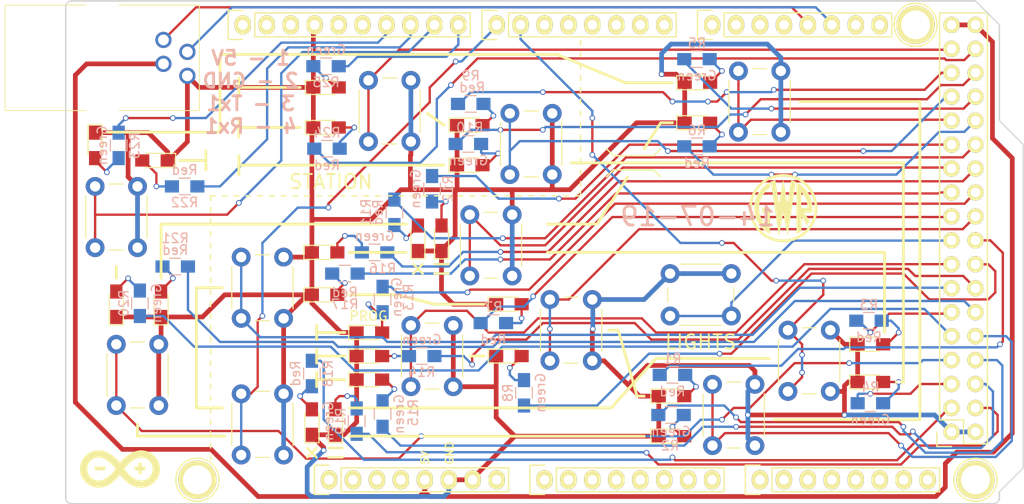
<source format=kicad_pcb>
(kicad_pcb (version 20171130) (host pcbnew "(5.1.2)-2")
  (title_block (date "mar. 31 mars 2015"))
  (layers (0 F.Cu signal) (31 B.Cu signal) (34 B.Paste user hide) (35 F.Paste user hide) (36 B.SilkS user) (37 F.SilkS user hide) (38 B.Mask user hide) (39 F.Mask user hide) (44 Edge.Cuts user))
  (net 0 "")
  (net 1 GND)
  (net 2 "/52(SCK)")
  (net 3 "/53(SS)")
  (net 4 "/50(MISO)")
  (net 5 "/51(MOSI)")
  (net 6 /48)
  (net 7 /49)
  (net 8 /46)
  (net 9 /47)
  (net 10 /44)
  (net 11 /45)
  (net 12 /42)
  (net 13 /43)
  (net 14 /40)
  (net 15 /41)
  (net 16 /38)
  (net 17 /39)
  (net 18 /36)
  (net 19 /37)
  (net 20 /34)
  (net 21 /35)
  (net 22 /32)
  (net 23 /33)
  (net 24 /30)
  (net 25 /31)
  (net 26 /28)
  (net 27 /29)
  (net 28 /26)
  (net 29 /27)
  (net 30 /24)
  (net 31 /25)
  (net 32 /22)
  (net 33 /23)
  (net 34 +5V)
  (net 35 /IOREF)
  (net 36 /Reset)
  (net 37 /Vin)
  (net 38 /A0)
  (net 39 /A1)
  (net 40 /A2)
  (net 41 /A3)
  (net 42 /A4)
  (net 43 /A5)
  (net 44 /A6)
  (net 45 /A7)
  (net 46 /A8)
  (net 47 /A9)
  (net 48 /A10)
  (net 49 /A11)
  (net 50 /A12)
  (net 51 /A13)
  (net 52 /A14)
  (net 53 /A15)
  (net 54 /SCL)
  (net 55 /SDA)
  (net 56 /AREF)
  (net 57 "/13(**)")
  (net 58 "/12(**)")
  (net 59 "/11(**)")
  (net 60 "/10(**)")
  (net 61 "/9(**)")
  (net 62 "/8(**)")
  (net 63 "/7(**)")
  (net 64 "/6(**)")
  (net 65 "/5(**)")
  (net 66 "/4(**)")
  (net 67 "/3(**)")
  (net 68 "/2(**)")
  (net 69 "/20(SDA)")
  (net 70 "/21(SCL)")
  (net 71 "Net-(P8-Pad1)")
  (net 72 "Net-(P10-Pad1)")
  (net 73 "Net-(P13-Pad1)")
  (net 74 "Net-(P2-Pad1)")
  (net 75 +3V3)
  (net 76 "/1(Tx0)")
  (net 77 "/0(Rx0)")
  (net 78 "/14(Tx3)")
  (net 79 "/15(Rx3)")
  (net 80 "/16(Tx2)")
  (net 81 "/17(Rx2)")
  (net 82 "/18(Tx1)")
  (net 83 "/19(Rx1)")
  (net 84 "Net-(D1-Pad2)")
  (net 85 "Net-(D2-Pad2)")
  (net 86 "Net-(D3-Pad2)")
  (net 87 "Net-(D4-Pad2)")
  (net 88 "Net-(D5-Pad2)")
  (net 89 "Net-(D6-Pad2)")
  (net 90 "Net-(D7-Pad2)")
  (net 91 "Net-(D8-Pad2)")
  (net 92 "Net-(D9-Pad2)")
  (net 93 "Net-(D10-Pad2)")
  (net 94 "Net-(D11-Pad2)")
  (net 95 "Net-(D12-Pad2)")
  (net 96 "Net-(D13-Pad2)")
  (net 97 "Net-(D14-Pad2)")
  (net 98 "Net-(D15-Pad2)")
  (net 99 "Net-(D16-Pad2)")
  (net 100 "Net-(D17-Pad2)")
  (net 101 "Net-(D18-Pad2)")
  (net 102 "Net-(D19-Pad2)")
  (net 103 "Net-(D20-Pad2)")
  (net 104 "Net-(D21-Pad2)")
  (net 105 "Net-(D22-Pad2)")
  (net 106 "Net-(D23-Pad2)")
  (net 107 "Net-(D24-Pad2)")
  (net 108 "Net-(D25-Pad2)")
  (module logos:arduino_tiny (layer F.Cu) (at 109.1 118.1)
    (fp_text reference G*** hide)
    (fp_text value LOGO hide)
  )
  (module logos:gwr_tiny (layer F.Cu) (at 179.5 90.3)
    (fp_text reference G*** hide)
    (fp_text value LOGO hide)
  )
  (module Socket_Arduino_Mega:Socket_Strip_Arduino_2x18 (layer F.Cu) (at 197.358 114.046 90)
    (fp_text reference P1 hide)
    (fp_text value Digital)
    (pad 1 thru_hole circle (at 0 0 90) (size 1.7272 1.7272) (drill 1.016) (layers *.Cu *.Mask F.SilkS) (net 1 GND))
    (pad 2 thru_hole oval (at 0 2.54 90) (size 1.7272 1.7272) (drill 1.016) (layers *.Cu *.Mask F.SilkS) (net 1 GND))
    (pad 3 thru_hole oval (at 2.54 0 90) (size 1.7272 1.7272) (drill 1.016) (layers *.Cu *.Mask F.SilkS) (net 2 "/52(SCK)"))
    (pad 4 thru_hole oval (at 2.54 2.54 90) (size 1.7272 1.7272) (drill 1.016) (layers *.Cu *.Mask F.SilkS) (net 3 "/53(SS)"))
    (pad 5 thru_hole oval (at 5.08 0 90) (size 1.7272 1.7272) (drill 1.016) (layers *.Cu *.Mask F.SilkS) (net 4 "/50(MISO)"))
    (pad 6 thru_hole oval (at 5.08 2.54 90) (size 1.7272 1.7272) (drill 1.016) (layers *.Cu *.Mask F.SilkS) (net 5 "/51(MOSI)"))
    (pad 7 thru_hole oval (at 7.62 0 90) (size 1.7272 1.7272) (drill 1.016) (layers *.Cu *.Mask F.SilkS) (net 6 /48))
    (pad 8 thru_hole oval (at 7.62 2.54 90) (size 1.7272 1.7272) (drill 1.016) (layers *.Cu *.Mask F.SilkS) (net 7 /49))
    (pad 9 thru_hole oval (at 10.16 0 90) (size 1.7272 1.7272) (drill 1.016) (layers *.Cu *.Mask F.SilkS) (net 8 /46))
    (pad 10 thru_hole oval (at 10.16 2.54 90) (size 1.7272 1.7272) (drill 1.016) (layers *.Cu *.Mask F.SilkS) (net 9 /47))
    (pad 11 thru_hole oval (at 12.7 0 90) (size 1.7272 1.7272) (drill 1.016) (layers *.Cu *.Mask F.SilkS) (net 10 /44))
    (pad 12 thru_hole oval (at 12.7 2.54 90) (size 1.7272 1.7272) (drill 1.016) (layers *.Cu *.Mask F.SilkS) (net 11 /45))
    (pad 13 thru_hole oval (at 15.24 0 90) (size 1.7272 1.7272) (drill 1.016) (layers *.Cu *.Mask F.SilkS) (net 12 /42))
    (pad 14 thru_hole oval (at 15.24 2.54 90) (size 1.7272 1.7272) (drill 1.016) (layers *.Cu *.Mask F.SilkS) (net 13 /43))
    (pad 15 thru_hole oval (at 17.78 0 90) (size 1.7272 1.7272) (drill 1.016) (layers *.Cu *.Mask F.SilkS) (net 14 /40))
    (pad 16 thru_hole oval (at 17.78 2.54 90) (size 1.7272 1.7272) (drill 1.016) (layers *.Cu *.Mask F.SilkS) (net 15 /41))
    (pad 17 thru_hole oval (at 20.32 0 90) (size 1.7272 1.7272) (drill 1.016) (layers *.Cu *.Mask F.SilkS) (net 16 /38))
    (pad 18 thru_hole oval (at 20.32 2.54 90) (size 1.7272 1.7272) (drill 1.016) (layers *.Cu *.Mask F.SilkS) (net 17 /39))
    (pad 19 thru_hole oval (at 22.86 0 90) (size 1.7272 1.7272) (drill 1.016) (layers *.Cu *.Mask F.SilkS) (net 18 /36))
    (pad 20 thru_hole oval (at 22.86 2.54 90) (size 1.7272 1.7272) (drill 1.016) (layers *.Cu *.Mask F.SilkS) (net 19 /37))
    (pad 21 thru_hole oval (at 25.4 0 90) (size 1.7272 1.7272) (drill 1.016) (layers *.Cu *.Mask F.SilkS) (net 20 /34))
    (pad 22 thru_hole oval (at 25.4 2.54 90) (size 1.7272 1.7272) (drill 1.016) (layers *.Cu *.Mask F.SilkS) (net 21 /35))
    (pad 23 thru_hole oval (at 27.94 0 90) (size 1.7272 1.7272) (drill 1.016) (layers *.Cu *.Mask F.SilkS) (net 22 /32))
    (pad 24 thru_hole oval (at 27.94 2.54 90) (size 1.7272 1.7272) (drill 1.016) (layers *.Cu *.Mask F.SilkS) (net 23 /33))
    (pad 25 thru_hole oval (at 30.48 0 90) (size 1.7272 1.7272) (drill 1.016) (layers *.Cu *.Mask F.SilkS) (net 24 /30))
    (pad 26 thru_hole oval (at 30.48 2.54 90) (size 1.7272 1.7272) (drill 1.016) (layers *.Cu *.Mask F.SilkS) (net 25 /31))
    (pad 27 thru_hole oval (at 33.02 0 90) (size 1.7272 1.7272) (drill 1.016) (layers *.Cu *.Mask F.SilkS) (net 26 /28))
    (pad 28 thru_hole oval (at 33.02 2.54 90) (size 1.7272 1.7272) (drill 1.016) (layers *.Cu *.Mask F.SilkS) (net 27 /29))
    (pad 29 thru_hole oval (at 35.56 0 90) (size 1.7272 1.7272) (drill 1.016) (layers *.Cu *.Mask F.SilkS) (net 28 /26))
    (pad 30 thru_hole oval (at 35.56 2.54 90) (size 1.7272 1.7272) (drill 1.016) (layers *.Cu *.Mask F.SilkS) (net 29 /27))
    (pad 31 thru_hole oval (at 38.1 0 90) (size 1.7272 1.7272) (drill 1.016) (layers *.Cu *.Mask F.SilkS) (net 30 /24))
    (pad 32 thru_hole oval (at 38.1 2.54 90) (size 1.7272 1.7272) (drill 1.016) (layers *.Cu *.Mask F.SilkS) (net 31 /25))
    (pad 33 thru_hole oval (at 40.64 0 90) (size 1.7272 1.7272) (drill 1.016) (layers *.Cu *.Mask F.SilkS) (net 32 /22))
    (pad 34 thru_hole oval (at 40.64 2.54 90) (size 1.7272 1.7272) (drill 1.016) (layers *.Cu *.Mask F.SilkS) (net 33 /23))
    (pad 35 thru_hole oval (at 43.18 0 90) (size 1.7272 1.7272) (drill 1.016) (layers *.Cu *.Mask F.SilkS) (net 34 +5V))
    (pad 36 thru_hole oval (at 43.18 2.54 90) (size 1.7272 1.7272) (drill 1.016) (layers *.Cu *.Mask F.SilkS) (net 34 +5V))
  )
  (module LEDs:LED_0805_HandSoldering (layer F.Cu) (at 106.5 83.65 270)
    (fp_text reference D23 hide)
    (fp_text value GLED)
    (pad 2 smd rect (at 1.35 0 270) (size 1.5 1.3) (layers F.Cu F.Paste F.Mask) (net 106 "Net-(D23-Pad2)"))
    (pad 1 smd rect (at -1.35 0 270) (size 1.5 1.3) (layers F.Cu F.Paste F.Mask) (net 1 GND))
  )
  (module Buttons_Switches_THT:SW_PUSH_6mm (layer F.Cu) (at 106.5 94.5 90)
    (fp_text reference SW12 hide)
    (fp_text value SW_SPST)
    (pad 2 thru_hole circle (at 0 4.5 180) (size 2 2) (drill 1.1) (layers *.Cu *.Mask) (net 1 GND))
    (pad 1 thru_hole circle (at 0 0 180) (size 2 2) (drill 1.1) (layers *.Cu *.Mask) (net 61 "/9(**)"))
    (pad 2 thru_hole circle (at 6.5 4.5 180) (size 2 2) (drill 1.1) (layers *.Cu *.Mask) (net 1 GND))
    (pad 1 thru_hole circle (at 6.5 0 180) (size 2 2) (drill 1.1) (layers *.Cu *.Mask) (net 61 "/9(**)"))
  )
  (module LEDs:LED_0805_HandSoldering (layer F.Cu) (at 112.85 85.25 180)
    (fp_text reference D22 hide)
    (fp_text value RLED)
    (pad 2 smd rect (at 1.35 0 180) (size 1.5 1.3) (layers F.Cu F.Paste F.Mask) (net 105 "Net-(D22-Pad2)"))
    (pad 1 smd rect (at -1.35 0 180) (size 1.5 1.3) (layers F.Cu F.Paste F.Mask) (net 1 GND))
  )
  (module Resistors_SMD:R_0805_HandSoldering (layer B.Cu) (at 109 83.65 90)
    (fp_text reference R23 (at 0 1.7 90) (layer B.SilkS) (effects (justify mirror)))
    (fp_text value Green (at 0 -1.75 90) (layer B.SilkS) (effects (justify mirror)))
    (pad 2 smd rect (at 1.35 0 90) (size 1.5 1.3) (layers B.Cu B.Paste B.Mask) (net 59 "/11(**)"))
    (pad 1 smd rect (at -1.35 0 90) (size 1.5 1.3) (layers B.Cu B.Paste B.Mask) (net 106 "Net-(D23-Pad2)"))
  )
  (module SamacSys_Parts:MHRJJ44NFRA (layer F.Cu) (at 113.75 75 270)
    (fp_text reference RJ9 hide)
    (fp_text value 4P4C)
    (pad MH2 np_thru_hole circle (at -4.445 6.35 270) (size 3.5 0) (drill 3.5) (layers *.Cu *.Mask))
    (pad MH1 np_thru_hole circle (at 3.175 6.35 270) (size 3.5 0) (drill 3.5) (layers *.Cu *.Mask))
    (pad 4 thru_hole circle (at -1.27 -2.54 270) (size 1.725 1.725) (drill 1.15) (layers *.Cu *.Mask) (net 83 "/19(Rx1)"))
    (pad 3 thru_hole circle (at -2.54 0 270) (size 1.725 1.725) (drill 1.15) (layers *.Cu *.Mask) (net 82 "/18(Tx1)"))
    (pad 2 thru_hole circle (at 1.27 -2.54 270) (size 1.725 1.725) (drill 1.15) (layers *.Cu *.Mask) (net 1 GND))
    (pad 1 thru_hole circle (at 0 0 270) (size 1.725 1.725) (drill 1.15) (layers *.Cu *.Mask) (net 34 +5V))
  )
  (module Buttons_Switches_THT:SW_PUSH_6mm (layer F.Cu) (at 174 101.75 180)
    (fp_text reference SW13 hide)
    (fp_text value SW_SPST)
    (pad 1 thru_hole circle (at 6.5 0 270) (size 2 2) (drill 1.1) (layers *.Cu *.Mask) (net 16 /38))
    (pad 2 thru_hole circle (at 6.5 4.5 270) (size 2 2) (drill 1.1) (layers *.Cu *.Mask) (net 1 GND))
    (pad 1 thru_hole circle (at 0 0 270) (size 2 2) (drill 1.1) (layers *.Cu *.Mask) (net 16 /38))
    (pad 2 thru_hole circle (at 0 4.5 270) (size 2 2) (drill 1.1) (layers *.Cu *.Mask) (net 1 GND))
  )
  (module Buttons_Switches_THT:SW_PUSH_6mm (layer F.Cu) (at 108.75 111.25 90)
    (fp_text reference SW11 hide)
    (fp_text value SW_SPST)
    (pad 1 thru_hole circle (at 6.5 0 180) (size 2 2) (drill 1.1) (layers *.Cu *.Mask) (net 6 /48))
    (pad 2 thru_hole circle (at 6.5 4.5 180) (size 2 2) (drill 1.1) (layers *.Cu *.Mask) (net 1 GND))
    (pad 1 thru_hole circle (at 0 0 180) (size 2 2) (drill 1.1) (layers *.Cu *.Mask) (net 6 /48))
    (pad 2 thru_hole circle (at 0 4.5 180) (size 2 2) (drill 1.1) (layers *.Cu *.Mask) (net 1 GND))
  )
  (module LEDs:LED_0805_HandSoldering (layer F.Cu) (at 135.6 103.5)
    (fp_text reference D13 hide)
    (fp_text value GLED)
    (pad 2 smd rect (at 1.35 0) (size 1.5 1.3) (layers F.Cu F.Paste F.Mask) (net 96 "Net-(D13-Pad2)"))
    (pad 1 smd rect (at -1.35 0) (size 1.5 1.3) (layers F.Cu F.Paste F.Mask) (net 1 GND))
  )
  (module LEDs:LED_0805_HandSoldering (layer F.Cu) (at 135.6 106)
    (fp_text reference D14 hide)
    (fp_text value GLED)
    (pad 2 smd rect (at 1.35 0) (size 1.5 1.3) (layers F.Cu F.Paste F.Mask) (net 97 "Net-(D14-Pad2)"))
    (pad 1 smd rect (at -1.35 0) (size 1.5 1.3) (layers F.Cu F.Paste F.Mask) (net 1 GND))
  )
  (module LEDs:LED_0805_HandSoldering (layer F.Cu) (at 135.6 108.5)
    (fp_text reference D15 hide)
    (fp_text value GLED)
    (pad 1 smd rect (at -1.35 0) (size 1.5 1.3) (layers F.Cu F.Paste F.Mask) (net 1 GND))
    (pad 2 smd rect (at 1.35 0) (size 1.5 1.3) (layers F.Cu F.Paste F.Mask) (net 98 "Net-(D15-Pad2)"))
  )
  (module Buttons_Switches_THT:SW_PUSH_6mm (layer F.Cu) (at 140 109.25 90)
    (fp_text reference SW7 hide)
    (fp_text value SW_SPST)
    (pad 2 thru_hole circle (at 0 4.5 180) (size 2 2) (drill 1.1) (layers *.Cu *.Mask) (net 1 GND))
    (pad 1 thru_hole circle (at 0 0 180) (size 2 2) (drill 1.1) (layers *.Cu *.Mask) (net 14 /40))
    (pad 2 thru_hole circle (at 6.5 4.5 180) (size 2 2) (drill 1.1) (layers *.Cu *.Mask) (net 1 GND))
    (pad 1 thru_hole circle (at 6.5 0 180) (size 2 2) (drill 1.1) (layers *.Cu *.Mask) (net 14 /40))
  )
  (module Buttons_Switches_THT:SW_PUSH_6mm (layer F.Cu) (at 135.5 83.25 90)
    (fp_text reference SW8 hide)
    (fp_text value SW_SPST)
    (pad 2 thru_hole circle (at 0 4.5 180) (size 2 2) (drill 1.1) (layers *.Cu *.Mask) (net 1 GND))
    (pad 1 thru_hole circle (at 0 0 180) (size 2 2) (drill 1.1) (layers *.Cu *.Mask) (net 32 /22))
    (pad 2 thru_hole circle (at 6.5 4.5 180) (size 2 2) (drill 1.1) (layers *.Cu *.Mask) (net 1 GND))
    (pad 1 thru_hole circle (at 6.5 0 180) (size 2 2) (drill 1.1) (layers *.Cu *.Mask) (net 32 /22))
  )
  (module Buttons_Switches_THT:SW_PUSH_6mm (layer F.Cu) (at 150.5 86.75 90)
    (fp_text reference SW5 hide)
    (fp_text value SW_SPST)
    (pad 1 thru_hole circle (at 6.5 0 180) (size 2 2) (drill 1.1) (layers *.Cu *.Mask) (net 28 /26))
    (pad 2 thru_hole circle (at 6.5 4.5 180) (size 2 2) (drill 1.1) (layers *.Cu *.Mask) (net 1 GND))
    (pad 1 thru_hole circle (at 0 0 180) (size 2 2) (drill 1.1) (layers *.Cu *.Mask) (net 28 /26))
    (pad 2 thru_hole circle (at 0 4.5 180) (size 2 2) (drill 1.1) (layers *.Cu *.Mask) (net 1 GND))
  )
  (module LEDs:LED_0805_HandSoldering (layer F.Cu) (at 150.4 106)
    (fp_text reference D8 hide)
    (fp_text value GLED)
    (pad 1 smd rect (at -1.35 0) (size 1.5 1.3) (layers F.Cu F.Paste F.Mask) (net 1 GND))
    (pad 2 smd rect (at 1.35 0) (size 1.5 1.3) (layers F.Cu F.Paste F.Mask) (net 91 "Net-(D8-Pad2)"))
  )
  (module Buttons_Switches_THT:SW_PUSH_6mm (layer F.Cu) (at 154.75 106.5 90)
    (fp_text reference SW4 hide)
    (fp_text value SW_SPST)
    (pad 1 thru_hole circle (at 6.5 0 180) (size 2 2) (drill 1.1) (layers *.Cu *.Mask) (net 19 /37))
    (pad 2 thru_hole circle (at 6.5 4.5 180) (size 2 2) (drill 1.1) (layers *.Cu *.Mask) (net 1 GND))
    (pad 1 thru_hole circle (at 0 0 180) (size 2 2) (drill 1.1) (layers *.Cu *.Mask) (net 19 /37))
    (pad 2 thru_hole circle (at 0 4.5 180) (size 2 2) (drill 1.1) (layers *.Cu *.Mask) (net 1 GND))
  )
  (module LEDs:LED_0805_HandSoldering (layer F.Cu) (at 150.4 100.5)
    (fp_text reference D7 hide)
    (fp_text value RLED)
    (pad 1 smd rect (at -1.35 0) (size 1.5 1.3) (layers F.Cu F.Paste F.Mask) (net 1 GND))
    (pad 2 smd rect (at 1.35 0) (size 1.5 1.3) (layers F.Cu F.Paste F.Mask) (net 90 "Net-(D7-Pad2)"))
  )
  (module LEDs:LED_0805_HandSoldering (layer F.Cu) (at 167.65 110.25)
    (fp_text reference D1 hide)
    (fp_text value RLED)
    (pad 2 smd rect (at 1.35 0) (size 1.5 1.3) (layers F.Cu F.Paste F.Mask) (net 84 "Net-(D1-Pad2)"))
    (pad 1 smd rect (at -1.35 0) (size 1.5 1.3) (layers F.Cu F.Paste F.Mask) (net 1 GND))
  )
  (module Buttons_Switches_THT:SW_PUSH_6mm (layer F.Cu) (at 172 115.5 90)
    (fp_text reference SW1 hide)
    (fp_text value SW_SPST)
    (pad 2 thru_hole circle (at 0 4.5 180) (size 2 2) (drill 1.1) (layers *.Cu *.Mask) (net 1 GND))
    (pad 1 thru_hole circle (at 0 0 180) (size 2 2) (drill 1.1) (layers *.Cu *.Mask) (net 9 /47))
    (pad 2 thru_hole circle (at 6.5 4.5 180) (size 2 2) (drill 1.1) (layers *.Cu *.Mask) (net 1 GND))
    (pad 1 thru_hole circle (at 6.5 0 180) (size 2 2) (drill 1.1) (layers *.Cu *.Mask) (net 9 /47))
  )
  (module LEDs:LED_0805_HandSoldering (layer F.Cu) (at 167.65 114.5)
    (fp_text reference D2 hide)
    (fp_text value GLED)
    (pad 2 smd rect (at 1.35 0) (size 1.5 1.3) (layers F.Cu F.Paste F.Mask) (net 85 "Net-(D2-Pad2)"))
    (pad 1 smd rect (at -1.35 0) (size 1.5 1.3) (layers F.Cu F.Paste F.Mask) (net 1 GND))
  )
  (module Buttons_Switches_THT:SW_PUSH_6mm (layer F.Cu) (at 180 109.75 90)
    (fp_text reference SW2 hide)
    (fp_text value SW_SPST)
    (pad 2 thru_hole circle (at 0 4.5 180) (size 2 2) (drill 1.1) (layers *.Cu *.Mask) (net 1 GND))
    (pad 1 thru_hole circle (at 0 0 180) (size 2 2) (drill 1.1) (layers *.Cu *.Mask) (net 64 "/6(**)"))
    (pad 2 thru_hole circle (at 6.5 4.5 180) (size 2 2) (drill 1.1) (layers *.Cu *.Mask) (net 1 GND))
    (pad 1 thru_hole circle (at 6.5 0 180) (size 2 2) (drill 1.1) (layers *.Cu *.Mask) (net 64 "/6(**)"))
  )
  (module LEDs:LED_0805_HandSoldering (layer F.Cu) (at 188.75 108.75)
    (fp_text reference D4 hide)
    (fp_text value GLED)
    (pad 2 smd rect (at 1.35 0) (size 1.5 1.3) (layers F.Cu F.Paste F.Mask) (net 87 "Net-(D4-Pad2)"))
    (pad 1 smd rect (at -1.35 0) (size 1.5 1.3) (layers F.Cu F.Paste F.Mask) (net 1 GND))
  )
  (module LEDs:LED_0805_HandSoldering (layer F.Cu) (at 188.75 104.75)
    (fp_text reference D3 hide)
    (fp_text value RLED)
    (pad 1 smd rect (at -1.35 0) (size 1.5 1.3) (layers F.Cu F.Paste F.Mask) (net 1 GND))
    (pad 2 smd rect (at 1.35 0) (size 1.5 1.3) (layers F.Cu F.Paste F.Mask) (net 86 "Net-(D3-Pad2)"))
  )
  (module LEDs:LED_0805_HandSoldering (layer F.Cu) (at 170.4 81.25)
    (fp_text reference D6 hide)
    (fp_text value RLED)
    (pad 1 smd rect (at -1.35 0) (size 1.5 1.3) (layers F.Cu F.Paste F.Mask) (net 1 GND))
    (pad 2 smd rect (at 1.35 0) (size 1.5 1.3) (layers F.Cu F.Paste F.Mask) (net 89 "Net-(D6-Pad2)"))
  )
  (module LEDs:LED_0805_HandSoldering (layer F.Cu) (at 170.4 77)
    (fp_text reference D5 hide)
    (fp_text value GLED)
    (pad 1 smd rect (at -1.35 0) (size 1.5 1.3) (layers F.Cu F.Paste F.Mask) (net 1 GND))
    (pad 2 smd rect (at 1.35 0) (size 1.5 1.3) (layers F.Cu F.Paste F.Mask) (net 88 "Net-(D5-Pad2)"))
  )
  (module Buttons_Switches_THT:SW_PUSH_6mm (layer F.Cu) (at 174.75 82.25 90)
    (fp_text reference SW3 hide)
    (fp_text value SW_SPST)
    (pad 1 thru_hole circle (at 6.5 0 180) (size 2 2) (drill 1.1) (layers *.Cu *.Mask) (net 26 /28))
    (pad 2 thru_hole circle (at 6.5 4.5 180) (size 2 2) (drill 1.1) (layers *.Cu *.Mask) (net 1 GND))
    (pad 1 thru_hole circle (at 0 0 180) (size 2 2) (drill 1.1) (layers *.Cu *.Mask) (net 26 /28))
    (pad 2 thru_hole circle (at 0 4.5 180) (size 2 2) (drill 1.1) (layers *.Cu *.Mask) (net 1 GND))
  )
  (module Buttons_Switches_THT:SW_PUSH_6mm (layer F.Cu) (at 146.25 97.5 90)
    (fp_text reference SW6 hide)
    (fp_text value SW_SPST)
    (pad 2 thru_hole circle (at 0 4.5 180) (size 2 2) (drill 1.1) (layers *.Cu *.Mask) (net 1 GND))
    (pad 1 thru_hole circle (at 0 0 180) (size 2 2) (drill 1.1) (layers *.Cu *.Mask) (net 22 /32))
    (pad 2 thru_hole circle (at 6.5 4.5 180) (size 2 2) (drill 1.1) (layers *.Cu *.Mask) (net 1 GND))
    (pad 1 thru_hole circle (at 6.5 0 180) (size 2 2) (drill 1.1) (layers *.Cu *.Mask) (net 22 /32))
  )
  (module LEDs:LED_0805_HandSoldering (layer F.Cu) (at 143.25 93.5 90)
    (fp_text reference D12 hide)
    (fp_text value GLED)
    (pad 1 smd rect (at -1.35 0 90) (size 1.5 1.3) (layers F.Cu F.Paste F.Mask) (net 1 GND))
    (pad 2 smd rect (at 1.35 0 90) (size 1.5 1.3) (layers F.Cu F.Paste F.Mask) (net 95 "Net-(D12-Pad2)"))
  )
  (module LEDs:LED_0805_HandSoldering (layer F.Cu) (at 140.75 93.5 90)
    (fp_text reference D11 hide)
    (fp_text value RLED)
    (pad 1 smd rect (at -1.35 0 90) (size 1.5 1.3) (layers F.Cu F.Paste F.Mask) (net 1 GND))
    (pad 2 smd rect (at 1.35 0 90) (size 1.5 1.3) (layers F.Cu F.Paste F.Mask) (net 94 "Net-(D11-Pad2)"))
  )
  (module Buttons_Switches_THT:SW_PUSH_6mm (layer F.Cu) (at 122 102 90)
    (fp_text reference SW9 hide)
    (fp_text value SW_SPST)
    (pad 1 thru_hole circle (at 6.5 0 180) (size 2 2) (drill 1.1) (layers *.Cu *.Mask) (net 12 /42))
    (pad 2 thru_hole circle (at 6.5 4.5 180) (size 2 2) (drill 1.1) (layers *.Cu *.Mask) (net 1 GND))
    (pad 1 thru_hole circle (at 0 0 180) (size 2 2) (drill 1.1) (layers *.Cu *.Mask) (net 12 /42))
    (pad 2 thru_hole circle (at 0 4.5 180) (size 2 2) (drill 1.1) (layers *.Cu *.Mask) (net 1 GND))
  )
  (module Buttons_Switches_THT:SW_PUSH_6mm (layer F.Cu) (at 122 116.5 90)
    (fp_text reference SW10 hide)
    (fp_text value SW_SPST)
    (pad 2 thru_hole circle (at 0 4.5 180) (size 2 2) (drill 1.1) (layers *.Cu *.Mask) (net 1 GND))
    (pad 1 thru_hole circle (at 0 0 180) (size 2 2) (drill 1.1) (layers *.Cu *.Mask) (net 63 "/7(**)"))
    (pad 2 thru_hole circle (at 6.5 4.5 180) (size 2 2) (drill 1.1) (layers *.Cu *.Mask) (net 1 GND))
    (pad 1 thru_hole circle (at 6.5 0 180) (size 2 2) (drill 1.1) (layers *.Cu *.Mask) (net 63 "/7(**)"))
  )
  (module LEDs:LED_0805_HandSoldering (layer F.Cu) (at 108.75 100.5 90)
    (fp_text reference D20 hide)
    (fp_text value GLED)
    (pad 2 smd rect (at 1.35 0 90) (size 1.5 1.3) (layers F.Cu F.Paste F.Mask) (net 103 "Net-(D20-Pad2)"))
    (pad 1 smd rect (at -1.35 0 90) (size 1.5 1.3) (layers F.Cu F.Paste F.Mask) (net 1 GND))
  )
  (module LEDs:LED_0805_HandSoldering (layer F.Cu) (at 113.5 100.5 90)
    (fp_text reference D21 hide)
    (fp_text value RLED)
    (pad 2 smd rect (at 1.35 0 90) (size 1.5 1.3) (layers F.Cu F.Paste F.Mask) (net 104 "Net-(D21-Pad2)"))
    (pad 1 smd rect (at -1.35 0 90) (size 1.5 1.3) (layers F.Cu F.Paste F.Mask) (net 1 GND))
  )
  (module LEDs:LED_0805_HandSoldering (layer F.Cu) (at 130.85 99.5)
    (fp_text reference D17 hide)
    (fp_text value RLED)
    (pad 1 smd rect (at -1.35 0) (size 1.5 1.3) (layers F.Cu F.Paste F.Mask) (net 1 GND))
    (pad 2 smd rect (at 1.35 0) (size 1.5 1.3) (layers F.Cu F.Paste F.Mask) (net 100 "Net-(D17-Pad2)"))
  )
  (module LEDs:LED_0805_HandSoldering (layer F.Cu) (at 130.85 95)
    (fp_text reference D16 hide)
    (fp_text value GLED)
    (pad 2 smd rect (at 1.35 0) (size 1.5 1.3) (layers F.Cu F.Paste F.Mask) (net 99 "Net-(D16-Pad2)"))
    (pad 1 smd rect (at -1.35 0) (size 1.5 1.3) (layers F.Cu F.Paste F.Mask) (net 1 GND))
  )
  (module LEDs:LED_0805_HandSoldering (layer F.Cu) (at 132 113 90)
    (fp_text reference D19 hide)
    (fp_text value GLED)
    (pad 2 smd rect (at 1.35 0 90) (size 1.5 1.3) (layers F.Cu F.Paste F.Mask) (net 102 "Net-(D19-Pad2)"))
    (pad 1 smd rect (at -1.35 0 90) (size 1.5 1.3) (layers F.Cu F.Paste F.Mask) (net 1 GND))
  )
  (module LEDs:LED_0805_HandSoldering (layer F.Cu) (at 129.5 113 90)
    (fp_text reference D18 hide)
    (fp_text value RLED)
    (pad 2 smd rect (at 1.35 0 90) (size 1.5 1.3) (layers F.Cu F.Paste F.Mask) (net 101 "Net-(D18-Pad2)"))
    (pad 1 smd rect (at -1.35 0 90) (size 1.5 1.3) (layers F.Cu F.Paste F.Mask) (net 1 GND))
  )
  (module LEDs:LED_0805_HandSoldering (layer F.Cu) (at 131 81.75)
    (fp_text reference D24 hide)
    (fp_text value RLED)
    (pad 2 smd rect (at 1.35 0) (size 1.5 1.3) (layers F.Cu F.Paste F.Mask) (net 107 "Net-(D24-Pad2)"))
    (pad 1 smd rect (at -1.35 0) (size 1.5 1.3) (layers F.Cu F.Paste F.Mask) (net 1 GND))
  )
  (module LEDs:LED_0805_HandSoldering (layer F.Cu) (at 131 77.5)
    (fp_text reference D25 hide)
    (fp_text value GLED)
    (pad 2 smd rect (at 1.35 0) (size 1.5 1.3) (layers F.Cu F.Paste F.Mask) (net 108 "Net-(D25-Pad2)"))
    (pad 1 smd rect (at -1.35 0) (size 1.5 1.3) (layers F.Cu F.Paste F.Mask) (net 1 GND))
  )
  (module LEDs:LED_0805_HandSoldering (layer F.Cu) (at 146.25 85.75)
    (fp_text reference D10 hide)
    (fp_text value GLED)
    (pad 2 smd rect (at 1.35 0) (size 1.5 1.3) (layers F.Cu F.Paste F.Mask) (net 93 "Net-(D10-Pad2)"))
    (pad 1 smd rect (at -1.35 0) (size 1.5 1.3) (layers F.Cu F.Paste F.Mask) (net 1 GND))
  )
  (module LEDs:LED_0805_HandSoldering (layer F.Cu) (at 146.25 81.5)
    (fp_text reference D9 hide)
    (fp_text value RLED)
    (pad 1 smd rect (at -1.35 0) (size 1.5 1.3) (layers F.Cu F.Paste F.Mask) (net 1 GND))
    (pad 2 smd rect (at 1.35 0) (size 1.5 1.3) (layers F.Cu F.Paste F.Mask) (net 92 "Net-(D9-Pad2)"))
  )
  (module Socket_Arduino_Mega:Socket_Strip_Arduino_1x08 (layer F.Cu) (at 131.318 119.126)
    (fp_text reference P2 hide)
    (fp_text value Power)
    (pad 1 thru_hole oval (at 0 0) (size 1.7272 2.032) (drill 1.016) (layers *.Cu *.Mask F.SilkS) (net 74 "Net-(P2-Pad1)"))
    (pad 2 thru_hole oval (at 2.54 0) (size 1.7272 2.032) (drill 1.016) (layers *.Cu *.Mask F.SilkS) (net 35 /IOREF))
    (pad 3 thru_hole oval (at 5.08 0) (size 1.7272 2.032) (drill 1.016) (layers *.Cu *.Mask F.SilkS) (net 36 /Reset))
    (pad 4 thru_hole oval (at 7.62 0) (size 1.7272 2.032) (drill 1.016) (layers *.Cu *.Mask F.SilkS) (net 75 +3V3))
    (pad 5 thru_hole oval (at 10.16 0) (size 1.7272 2.032) (drill 1.016) (layers *.Cu *.Mask F.SilkS) (net 34 +5V))
    (pad 6 thru_hole oval (at 12.7 0) (size 1.7272 2.032) (drill 1.016) (layers *.Cu *.Mask F.SilkS) (net 1 GND))
    (pad 7 thru_hole oval (at 15.24 0) (size 1.7272 2.032) (drill 1.016) (layers *.Cu *.Mask F.SilkS) (net 1 GND))
    (pad 8 thru_hole oval (at 17.78 0) (size 1.7272 2.032) (drill 1.016) (layers *.Cu *.Mask F.SilkS) (net 37 /Vin))
  )
  (module Socket_Arduino_Mega:Socket_Strip_Arduino_1x08 (layer F.Cu) (at 154.178 119.126)
    (fp_text reference P3 hide)
    (fp_text value Analog)
    (pad 1 thru_hole oval (at 0 0) (size 1.7272 2.032) (drill 1.016) (layers *.Cu *.Mask F.SilkS) (net 38 /A0))
    (pad 2 thru_hole oval (at 2.54 0) (size 1.7272 2.032) (drill 1.016) (layers *.Cu *.Mask F.SilkS) (net 39 /A1))
    (pad 3 thru_hole oval (at 5.08 0) (size 1.7272 2.032) (drill 1.016) (layers *.Cu *.Mask F.SilkS) (net 40 /A2))
    (pad 4 thru_hole oval (at 7.62 0) (size 1.7272 2.032) (drill 1.016) (layers *.Cu *.Mask F.SilkS) (net 41 /A3))
    (pad 5 thru_hole oval (at 10.16 0) (size 1.7272 2.032) (drill 1.016) (layers *.Cu *.Mask F.SilkS) (net 42 /A4))
    (pad 6 thru_hole oval (at 12.7 0) (size 1.7272 2.032) (drill 1.016) (layers *.Cu *.Mask F.SilkS) (net 43 /A5))
    (pad 7 thru_hole oval (at 15.24 0) (size 1.7272 2.032) (drill 1.016) (layers *.Cu *.Mask F.SilkS) (net 44 /A6))
    (pad 8 thru_hole oval (at 17.78 0) (size 1.7272 2.032) (drill 1.016) (layers *.Cu *.Mask F.SilkS) (net 45 /A7))
  )
  (module Socket_Arduino_Mega:Socket_Strip_Arduino_1x08 (layer F.Cu) (at 177.038 119.126)
    (fp_text reference P4 hide)
    (fp_text value Analog)
    (pad 1 thru_hole oval (at 0 0) (size 1.7272 2.032) (drill 1.016) (layers *.Cu *.Mask F.SilkS) (net 46 /A8))
    (pad 2 thru_hole oval (at 2.54 0) (size 1.7272 2.032) (drill 1.016) (layers *.Cu *.Mask F.SilkS) (net 47 /A9))
    (pad 3 thru_hole oval (at 5.08 0) (size 1.7272 2.032) (drill 1.016) (layers *.Cu *.Mask F.SilkS) (net 48 /A10))
    (pad 4 thru_hole oval (at 7.62 0) (size 1.7272 2.032) (drill 1.016) (layers *.Cu *.Mask F.SilkS) (net 49 /A11))
    (pad 5 thru_hole oval (at 10.16 0) (size 1.7272 2.032) (drill 1.016) (layers *.Cu *.Mask F.SilkS) (net 50 /A12))
    (pad 6 thru_hole oval (at 12.7 0) (size 1.7272 2.032) (drill 1.016) (layers *.Cu *.Mask F.SilkS) (net 51 /A13))
    (pad 7 thru_hole oval (at 15.24 0) (size 1.7272 2.032) (drill 1.016) (layers *.Cu *.Mask F.SilkS) (net 52 /A14))
    (pad 8 thru_hole oval (at 17.78 0) (size 1.7272 2.032) (drill 1.016) (layers *.Cu *.Mask F.SilkS) (net 53 /A15))
  )
  (module Socket_Arduino_Mega:Socket_Strip_Arduino_1x10 (layer F.Cu) (at 122.174 70.866)
    (fp_text reference P5 hide)
    (fp_text value PWM)
    (pad 1 thru_hole oval (at 0 0) (size 1.7272 2.032) (drill 1.016) (layers *.Cu *.Mask F.SilkS) (net 54 /SCL))
    (pad 2 thru_hole oval (at 2.54 0) (size 1.7272 2.032) (drill 1.016) (layers *.Cu *.Mask F.SilkS) (net 55 /SDA))
    (pad 3 thru_hole oval (at 5.08 0) (size 1.7272 2.032) (drill 1.016) (layers *.Cu *.Mask F.SilkS) (net 56 /AREF))
    (pad 4 thru_hole oval (at 7.62 0) (size 1.7272 2.032) (drill 1.016) (layers *.Cu *.Mask F.SilkS) (net 1 GND))
    (pad 5 thru_hole oval (at 10.16 0) (size 1.7272 2.032) (drill 1.016) (layers *.Cu *.Mask F.SilkS) (net 57 "/13(**)"))
    (pad 6 thru_hole oval (at 12.7 0) (size 1.7272 2.032) (drill 1.016) (layers *.Cu *.Mask F.SilkS) (net 58 "/12(**)"))
    (pad 7 thru_hole oval (at 15.24 0) (size 1.7272 2.032) (drill 1.016) (layers *.Cu *.Mask F.SilkS) (net 59 "/11(**)"))
    (pad 8 thru_hole oval (at 17.78 0) (size 1.7272 2.032) (drill 1.016) (layers *.Cu *.Mask F.SilkS) (net 60 "/10(**)"))
    (pad 9 thru_hole oval (at 20.32 0) (size 1.7272 2.032) (drill 1.016) (layers *.Cu *.Mask F.SilkS) (net 61 "/9(**)"))
    (pad 10 thru_hole oval (at 22.86 0) (size 1.7272 2.032) (drill 1.016) (layers *.Cu *.Mask F.SilkS) (net 62 "/8(**)"))
  )
  (module Socket_Arduino_Mega:Socket_Strip_Arduino_1x08 (layer F.Cu) (at 149.098 70.866)
    (fp_text reference P6 hide)
    (fp_text value PWM)
    (pad 1 thru_hole oval (at 0 0) (size 1.7272 2.032) (drill 1.016) (layers *.Cu *.Mask F.SilkS) (net 63 "/7(**)"))
    (pad 2 thru_hole oval (at 2.54 0) (size 1.7272 2.032) (drill 1.016) (layers *.Cu *.Mask F.SilkS) (net 64 "/6(**)"))
    (pad 3 thru_hole oval (at 5.08 0) (size 1.7272 2.032) (drill 1.016) (layers *.Cu *.Mask F.SilkS) (net 65 "/5(**)"))
    (pad 4 thru_hole oval (at 7.62 0) (size 1.7272 2.032) (drill 1.016) (layers *.Cu *.Mask F.SilkS) (net 66 "/4(**)"))
    (pad 5 thru_hole oval (at 10.16 0) (size 1.7272 2.032) (drill 1.016) (layers *.Cu *.Mask F.SilkS) (net 67 "/3(**)"))
    (pad 6 thru_hole oval (at 12.7 0) (size 1.7272 2.032) (drill 1.016) (layers *.Cu *.Mask F.SilkS) (net 68 "/2(**)"))
    (pad 7 thru_hole oval (at 15.24 0) (size 1.7272 2.032) (drill 1.016) (layers *.Cu *.Mask F.SilkS) (net 76 "/1(Tx0)"))
    (pad 8 thru_hole oval (at 17.78 0) (size 1.7272 2.032) (drill 1.016) (layers *.Cu *.Mask F.SilkS) (net 77 "/0(Rx0)"))
  )
  (module Socket_Arduino_Mega:Socket_Strip_Arduino_1x08 (layer F.Cu) (at 171.958 70.866)
    (fp_text reference P7 hide)
    (fp_text value Communication)
    (pad 1 thru_hole oval (at 0 0) (size 1.7272 2.032) (drill 1.016) (layers *.Cu *.Mask F.SilkS) (net 78 "/14(Tx3)"))
    (pad 2 thru_hole oval (at 2.54 0) (size 1.7272 2.032) (drill 1.016) (layers *.Cu *.Mask F.SilkS) (net 79 "/15(Rx3)"))
    (pad 3 thru_hole oval (at 5.08 0) (size 1.7272 2.032) (drill 1.016) (layers *.Cu *.Mask F.SilkS) (net 80 "/16(Tx2)"))
    (pad 4 thru_hole oval (at 7.62 0) (size 1.7272 2.032) (drill 1.016) (layers *.Cu *.Mask F.SilkS) (net 81 "/17(Rx2)"))
    (pad 5 thru_hole oval (at 10.16 0) (size 1.7272 2.032) (drill 1.016) (layers *.Cu *.Mask F.SilkS) (net 82 "/18(Tx1)"))
    (pad 6 thru_hole oval (at 12.7 0) (size 1.7272 2.032) (drill 1.016) (layers *.Cu *.Mask F.SilkS) (net 83 "/19(Rx1)"))
    (pad 7 thru_hole oval (at 15.24 0) (size 1.7272 2.032) (drill 1.016) (layers *.Cu *.Mask F.SilkS) (net 69 "/20(SDA)"))
    (pad 8 thru_hole oval (at 17.78 0) (size 1.7272 2.032) (drill 1.016) (layers *.Cu *.Mask F.SilkS) (net 70 "/21(SCL)"))
  )
  (module Socket_Arduino_Mega:Arduino_1pin (layer F.Cu) (at 117.348 119.126)
    (fp_text reference P8 hide)
    (fp_text value CONN_01X01 hide)
    (pad 1 thru_hole circle (at 0 0) (size 4.064 4.064) (drill 3.048) (layers *.Cu *.Mask F.SilkS) (net 71 "Net-(P8-Pad1)"))
  )
  (module Socket_Arduino_Mega:Arduino_1pin (layer F.Cu) (at 199.898 119.126)
    (fp_text reference P10 hide)
    (fp_text value CONN_01X01 hide)
    (pad 1 thru_hole circle (at 0 0) (size 4.064 4.064) (drill 3.048) (layers *.Cu *.Mask F.SilkS) (net 72 "Net-(P10-Pad1)"))
  )
  (module Socket_Arduino_Mega:Arduino_1pin (layer F.Cu) (at 193.548 70.866)
    (fp_text reference P13 hide)
    (fp_text value CONN_01X01 hide)
    (pad 1 thru_hole circle (at 0 0) (size 4.064 4.064) (drill 3.048) (layers *.Cu *.Mask F.SilkS) (net 73 "Net-(P13-Pad1)"))
  )
  (module Resistors_SMD:R_0805_HandSoldering (layer B.Cu) (at 167.75 108 180)
    (fp_text reference R1 (at 0 1.7) (layer B.SilkS) (effects (justify mirror)))
    (fp_text value Red (at 0 -1.75) (layer B.SilkS) (effects (justify mirror)))
    (pad 1 smd rect (at -1.35 0 180) (size 1.5 1.3) (layers B.Cu B.Paste B.Mask) (net 84 "Net-(D1-Pad2)"))
    (pad 2 smd rect (at 1.35 0 180) (size 1.5 1.3) (layers B.Cu B.Paste B.Mask) (net 17 /39))
  )
  (module Resistors_SMD:R_0805_HandSoldering (layer B.Cu) (at 167.6 112.25 180)
    (fp_text reference R2 (at 0.1 -3.25) (layer B.SilkS) (effects (justify mirror)))
    (fp_text value Green (at 0 -1.75) (layer B.SilkS) (effects (justify mirror)))
    (pad 2 smd rect (at 1.35 0 180) (size 1.5 1.3) (layers B.Cu B.Paste B.Mask) (net 7 /49))
    (pad 1 smd rect (at -1.35 0 180) (size 1.5 1.3) (layers B.Cu B.Paste B.Mask) (net 85 "Net-(D2-Pad2)"))
  )
  (module Resistors_SMD:R_0805_HandSoldering (layer B.Cu) (at 188.6 102.25 180)
    (fp_text reference R3 (at 0 1.7) (layer B.SilkS) (effects (justify mirror)))
    (fp_text value Red (at 0 -1.75) (layer B.SilkS) (effects (justify mirror)))
    (pad 2 smd rect (at 1.35 0 180) (size 1.5 1.3) (layers B.Cu B.Paste B.Mask) (net 10 /44))
    (pad 1 smd rect (at -1.35 0 180) (size 1.5 1.3) (layers B.Cu B.Paste B.Mask) (net 86 "Net-(D3-Pad2)"))
  )
  (module Resistors_SMD:R_0805_HandSoldering (layer B.Cu) (at 188.75 111 180)
    (fp_text reference R4 (at 0 1.7) (layer B.SilkS) (effects (justify mirror)))
    (fp_text value Green (at 0 -1.75) (layer B.SilkS) (effects (justify mirror)))
    (pad 2 smd rect (at 1.35 0 180) (size 1.5 1.3) (layers B.Cu B.Paste B.Mask) (net 4 "/50(MISO)"))
    (pad 1 smd rect (at -1.35 0 180) (size 1.5 1.3) (layers B.Cu B.Paste B.Mask) (net 87 "Net-(D4-Pad2)"))
  )
  (module Resistors_SMD:R_0805_HandSoldering (layer B.Cu) (at 170.35 74.5 180)
    (fp_text reference R5 (at 0 1.7) (layer B.SilkS) (effects (justify mirror)))
    (fp_text value Green (at 0 -1.75) (layer B.SilkS) (effects (justify mirror)))
    (pad 2 smd rect (at 1.35 0 180) (size 1.5 1.3) (layers B.Cu B.Paste B.Mask) (net 29 /27))
    (pad 1 smd rect (at -1.35 0 180) (size 1.5 1.3) (layers B.Cu B.Paste B.Mask) (net 88 "Net-(D5-Pad2)"))
  )
  (module Resistors_SMD:R_0805_HandSoldering (layer B.Cu) (at 170.35 83.75 180)
    (fp_text reference R6 (at 0 1.7) (layer B.SilkS) (effects (justify mirror)))
    (fp_text value Red (at 0 -1.75) (layer B.SilkS) (effects (justify mirror)))
    (pad 1 smd rect (at -1.35 0 180) (size 1.5 1.3) (layers B.Cu B.Paste B.Mask) (net 89 "Net-(D6-Pad2)"))
    (pad 2 smd rect (at 1.35 0 180) (size 1.5 1.3) (layers B.Cu B.Paste B.Mask) (net 27 /29))
  )
  (module Resistors_SMD:R_0805_HandSoldering (layer B.Cu) (at 148.75 102.5 180)
    (fp_text reference R7 (at 0 1.7) (layer B.SilkS) (effects (justify mirror)))
    (fp_text value Red (at 0 -1.75) (layer B.SilkS) (effects (justify mirror)))
    (pad 1 smd rect (at -1.35 0 180) (size 1.5 1.3) (layers B.Cu B.Paste B.Mask) (net 90 "Net-(D7-Pad2)"))
    (pad 2 smd rect (at 1.35 0 180) (size 1.5 1.3) (layers B.Cu B.Paste B.Mask) (net 18 /36))
  )
  (module Resistors_SMD:R_0805_HandSoldering (layer B.Cu) (at 152 109.9 270)
    (fp_text reference R8 (at 0 1.7 90) (layer B.SilkS) (effects (justify mirror)))
    (fp_text value Green (at 0 -1.75 90) (layer B.SilkS) (effects (justify mirror)))
    (pad 2 smd rect (at 1.35 0 270) (size 1.5 1.3) (layers B.Cu B.Paste B.Mask) (net 15 /41))
    (pad 1 smd rect (at -1.35 0 270) (size 1.5 1.3) (layers B.Cu B.Paste B.Mask) (net 91 "Net-(D8-Pad2)"))
  )
  (module Resistors_SMD:R_0805_HandSoldering (layer B.Cu) (at 146.35 79.25 180)
    (fp_text reference R9 (at 0 3) (layer B.SilkS) (effects (justify mirror)))
    (fp_text value Red (at -0.15 1.75) (layer B.SilkS) (effects (justify mirror)))
    (pad 1 smd rect (at -1.35 0 180) (size 1.5 1.3) (layers B.Cu B.Paste B.Mask) (net 92 "Net-(D9-Pad2)"))
    (pad 2 smd rect (at 1.35 0 180) (size 1.5 1.3) (layers B.Cu B.Paste B.Mask) (net 30 /24))
  )
  (module Resistors_SMD:R_0805_HandSoldering (layer B.Cu) (at 146.1 83.5 180)
    (fp_text reference R10 (at -0.15 1.75) (layer B.SilkS) (effects (justify mirror)))
    (fp_text value Green (at 0 -1.75) (layer B.SilkS) (effects (justify mirror)))
    (pad 1 smd rect (at -1.35 0 180) (size 1.5 1.3) (layers B.Cu B.Paste B.Mask) (net 93 "Net-(D10-Pad2)"))
    (pad 2 smd rect (at 1.35 0 180) (size 1.5 1.3) (layers B.Cu B.Paste B.Mask) (net 31 /25))
  )
  (module Resistors_SMD:R_0805_HandSoldering (layer B.Cu) (at 138.25 90.75 90)
    (fp_text reference R11 (at 0 -3 90) (layer B.SilkS) (effects (justify mirror)))
    (fp_text value Red (at 0 -1.75 90) (layer B.SilkS) (effects (justify mirror)))
    (pad 2 smd rect (at 1.35 0 90) (size 1.5 1.3) (layers B.Cu B.Paste B.Mask) (net 25 /31))
    (pad 1 smd rect (at -1.35 0 90) (size 1.5 1.3) (layers B.Cu B.Paste B.Mask) (net 94 "Net-(D11-Pad2)"))
  )
  (module Resistors_SMD:R_0805_HandSoldering (layer B.Cu) (at 142.25 88.25 90)
    (fp_text reference R12 (at 0 1.7 90) (layer B.SilkS) (effects (justify mirror)))
    (fp_text value Green (at 0 -1.75 90) (layer B.SilkS) (effects (justify mirror)))
    (pad 2 smd rect (at 1.35 0 90) (size 1.5 1.3) (layers B.Cu B.Paste B.Mask) (net 24 /30))
    (pad 1 smd rect (at -1.35 0 90) (size 1.5 1.3) (layers B.Cu B.Paste B.Mask) (net 95 "Net-(D12-Pad2)"))
  )
  (module Resistors_SMD:R_0805_HandSoldering (layer B.Cu) (at 137 100 90)
    (fp_text reference R13 (at 0.25 2.75 90) (layer B.SilkS) (effects (justify mirror)))
    (fp_text value Green (at 0.25 1.5 90) (layer B.SilkS) (effects (justify mirror)))
    (pad 1 smd rect (at -1.35 0 90) (size 1.5 1.3) (layers B.Cu B.Paste B.Mask) (net 96 "Net-(D13-Pad2)"))
    (pad 2 smd rect (at 1.35 0 90) (size 1.5 1.3) (layers B.Cu B.Paste B.Mask) (net 21 /35))
  )
  (module Resistors_SMD:R_0805_HandSoldering (layer B.Cu) (at 141.15 106)
    (fp_text reference R14 (at 0 1.7) (layer B.SilkS) (effects (justify mirror)))
    (fp_text value Green (at 0 -1.75) (layer B.SilkS) (effects (justify mirror)))
    (pad 2 smd rect (at 1.35 0) (size 1.5 1.3) (layers B.Cu B.Paste B.Mask) (net 13 /43))
    (pad 1 smd rect (at -1.35 0) (size 1.5 1.3) (layers B.Cu B.Paste B.Mask) (net 97 "Net-(D14-Pad2)"))
  )
  (module Resistors_SMD:R_0805_HandSoldering (layer B.Cu) (at 137 112.15 270)
    (fp_text reference R15 (at -0.15 -3.25 90) (layer B.SilkS) (effects (justify mirror)))
    (fp_text value Green (at 0 -1.75 90) (layer B.SilkS) (effects (justify mirror)))
    (pad 1 smd rect (at -1.35 0 270) (size 1.5 1.3) (layers B.Cu B.Paste B.Mask) (net 98 "Net-(D15-Pad2)"))
    (pad 2 smd rect (at 1.35 0 270) (size 1.5 1.3) (layers B.Cu B.Paste B.Mask) (net 5 "/51(MOSI)"))
  )
  (module Resistors_SMD:R_0805_HandSoldering (layer B.Cu) (at 136.15 95)
    (fp_text reference R16 (at 0.85 1.7) (layer B.SilkS) (effects (justify mirror)))
    (fp_text value Green (at 0 -1.75) (layer B.SilkS) (effects (justify mirror)))
    (pad 2 smd rect (at 1.35 0) (size 1.5 1.3) (layers B.Cu B.Paste B.Mask) (net 23 /33))
    (pad 1 smd rect (at -1.35 0) (size 1.5 1.3) (layers B.Cu B.Paste B.Mask) (net 99 "Net-(D16-Pad2)"))
  )
  (module Resistors_SMD:R_0805_HandSoldering (layer B.Cu) (at 133 97.25)
    (fp_text reference R17 (at 0 3.25) (layer B.SilkS) (effects (justify mirror)))
    (fp_text value Red (at 0 2) (layer B.SilkS) (effects (justify mirror)))
    (pad 2 smd rect (at 1.35 0) (size 1.5 1.3) (layers B.Cu B.Paste B.Mask) (net 20 /34))
    (pad 1 smd rect (at -1.35 0) (size 1.5 1.3) (layers B.Cu B.Paste B.Mask) (net 100 "Net-(D17-Pad2)"))
  )
  (module Resistors_SMD:R_0805_HandSoldering (layer B.Cu) (at 129.5 107.85 90)
    (fp_text reference R18 (at 0 1.7 90) (layer B.SilkS) (effects (justify mirror)))
    (fp_text value Red (at 0 -1.75 90) (layer B.SilkS) (effects (justify mirror)))
    (pad 2 smd rect (at 1.35 0 90) (size 1.5 1.3) (layers B.Cu B.Paste B.Mask) (net 2 "/52(SCK)"))
    (pad 1 smd rect (at -1.35 0 90) (size 1.5 1.3) (layers B.Cu B.Paste B.Mask) (net 101 "Net-(D18-Pad2)"))
  )
  (module Resistors_SMD:R_0805_HandSoldering (layer B.Cu) (at 134.25 112.9 270)
    (fp_text reference R19 (at 0 1.7 90) (layer B.SilkS) (effects (justify mirror)))
    (fp_text value Green (at 0 3 90) (layer B.SilkS) (effects (justify mirror)))
    (pad 1 smd rect (at -1.35 0 270) (size 1.5 1.3) (layers B.Cu B.Paste B.Mask) (net 102 "Net-(D19-Pad2)"))
    (pad 2 smd rect (at 1.35 0 270) (size 1.5 1.3) (layers B.Cu B.Paste B.Mask) (net 3 "/53(SS)"))
  )
  (module Resistors_SMD:R_0805_HandSoldering (layer B.Cu) (at 111.25 100.4 270)
    (fp_text reference R20 (at 0 1.7 90) (layer B.SilkS) (effects (justify mirror)))
    (fp_text value Green (at 0 -1.75 90) (layer B.SilkS) (effects (justify mirror)))
    (pad 2 smd rect (at 1.35 0 270) (size 1.5 1.3) (layers B.Cu B.Paste B.Mask) (net 8 /46))
    (pad 1 smd rect (at -1.35 0 270) (size 1.5 1.3) (layers B.Cu B.Paste B.Mask) (net 103 "Net-(D20-Pad2)"))
  )
  (module Resistors_SMD:R_0805_HandSoldering (layer B.Cu) (at 115 96.5)
    (fp_text reference R21 (at 0 -3) (layer B.SilkS) (effects (justify mirror)))
    (fp_text value Red (at 0 -1.75) (layer B.SilkS) (effects (justify mirror)))
    (pad 1 smd rect (at -1.35 0) (size 1.5 1.3) (layers B.Cu B.Paste B.Mask) (net 104 "Net-(D21-Pad2)"))
    (pad 2 smd rect (at 1.35 0) (size 1.5 1.3) (layers B.Cu B.Paste B.Mask) (net 11 /45))
  )
  (module Resistors_SMD:R_0805_HandSoldering (layer B.Cu) (at 116 88)
    (fp_text reference R22 (at 0 1.7) (layer B.SilkS) (effects (justify mirror)))
    (fp_text value Red (at 0 -1.75) (layer B.SilkS) (effects (justify mirror)))
    (pad 1 smd rect (at -1.35 0) (size 1.5 1.3) (layers B.Cu B.Paste B.Mask) (net 105 "Net-(D22-Pad2)"))
    (pad 2 smd rect (at 1.35 0) (size 1.5 1.3) (layers B.Cu B.Paste B.Mask) (net 60 "/10(**)"))
  )
  (module Resistors_SMD:R_0805_HandSoldering (layer B.Cu) (at 131.1 84 180)
    (fp_text reference R24 (at 0 1.7) (layer B.SilkS) (effects (justify mirror)))
    (fp_text value Red (at 0 -1.75) (layer B.SilkS) (effects (justify mirror)))
    (pad 1 smd rect (at -1.35 0 180) (size 1.5 1.3) (layers B.Cu B.Paste B.Mask) (net 107 "Net-(D24-Pad2)"))
    (pad 2 smd rect (at 1.35 0 180) (size 1.5 1.3) (layers B.Cu B.Paste B.Mask) (net 33 /23))
  )
  (module Resistors_SMD:R_0805_HandSoldering (layer B.Cu) (at 131 75.25)
    (fp_text reference R25 (at 0 1.7) (layer B.SilkS) (effects (justify mirror)))
    (fp_text value Green (at 0 -1.75) (layer B.SilkS) (effects (justify mirror)))
    (pad 2 smd rect (at 1.35 0) (size 1.5 1.3) (layers B.Cu B.Paste B.Mask) (net 62 "/8(**)"))
    (pad 1 smd rect (at -1.35 0) (size 1.5 1.3) (layers B.Cu B.Paste B.Mask) (net 108 "Net-(D25-Pad2)"))
  )
  (gr_text 14-07-19 (at 170.434 91.186) (layer B.SilkS) (effects (font (size 2 2) (thickness 0.3)) (justify mirror)))
  (gr_arc (start 201.803 121.031) (end 201.803 121.666) (angle -90) (layer Edge.Cuts) (width 0.15))
  (gr_arc (start 104.013 68.961) (end 104.013 68.326) (angle -90) (layer Edge.Cuts) (width 0.15))
  (gr_arc (start 104.013 121.031) (end 103.378 121.031) (angle -90) (layer Edge.Cuts) (width 0.15))
  (gr_text GND (at 144.1 116.3 90) (layer F.SilkS) (effects (font (size 0.8 0.8))))
  (gr_text 5V (at 141.5 116.8 90) (layer F.SilkS) (effects (font (size 0.8 0.8))))
  (gr_text "1 - 5V\n2 - GND\n3 - Tx1\n4 - Rx1" (at 123 78) (layer B.SilkS) (effects (font (size 1.5 1.5) (thickness 0.3)) (justify mirror)))
  (gr_line (start 119.75 82.25) (end 119.75 74) (layer F.SilkS) (width 0.3))
  (gr_line (start 107.75 82.25) (end 119.75 82.25) (layer F.SilkS) (width 0.3))
  (gr_line (start 115.5 85.25) (end 118.25 85.25) (layer F.SilkS) (width 0.3))
  (gr_line (start 118.25 85.25) (end 118.25 85.25) (layer F.SilkS) (width 0.3))
  (gr_line (start 156.75 89) (end 156.25 89) (layer F.SilkS) (width 0.15))
  (gr_line (start 155.5 89) (end 155 89) (layer F.SilkS) (width 0.15))
  (gr_line (start 161.5 84.75) (end 160.75 84) (layer F.SilkS) (width 0.15))
  (gr_line (start 165.75 84.75) (end 166.5 84) (layer F.SilkS) (width 0.15))
  (gr_line (start 161.5 86.25) (end 160.75 87) (layer F.SilkS) (width 0.15))
  (gr_line (start 165.75 86.25) (end 166.5 87) (layer F.SilkS) (width 0.15))
  (gr_line (start 161.5 84.75) (end 165.75 84.75) (layer F.SilkS) (width 0.15))
  (gr_line (start 161.5 86.25) (end 165.75 86.25) (layer F.SilkS) (width 0.15))
  (gr_line (start 118.75 116.5) (end 118.75 117) (layer F.SilkS) (width 0.15))
  (gr_line (start 118.75 115.25) (end 118.75 115.75) (layer F.SilkS) (width 0.15))
  (gr_line (start 118.75 114) (end 118.75 114.5) (layer F.SilkS) (width 0.15))
  (gr_line (start 118.75 112.75) (end 118.75 113.25) (layer F.SilkS) (width 0.15))
  (gr_line (start 118.75 111.5) (end 118.75 112) (layer F.SilkS) (width 0.15))
  (gr_line (start 118.75 110.25) (end 118.75 110.75) (layer F.SilkS) (width 0.15))
  (gr_line (start 118.75 109) (end 118.75 109.5) (layer F.SilkS) (width 0.15))
  (gr_line (start 118.75 107.75) (end 118.75 108.25) (layer F.SilkS) (width 0.15))
  (gr_line (start 118.75 106.5) (end 118.75 107) (layer F.SilkS) (width 0.15))
  (gr_line (start 118.75 105.25) (end 118.75 105.75) (layer F.SilkS) (width 0.15))
  (gr_line (start 118.75 104) (end 118.75 104.5) (layer F.SilkS) (width 0.15))
  (gr_line (start 118.75 102.75) (end 118.75 103.25) (layer F.SilkS) (width 0.15))
  (gr_line (start 118.75 101.5) (end 118.75 102) (layer F.SilkS) (width 0.15))
  (gr_line (start 118.75 100.25) (end 118.75 100.75) (layer F.SilkS) (width 0.15))
  (gr_line (start 118.75 99) (end 118.75 99.5) (layer F.SilkS) (width 0.15))
  (gr_line (start 118.75 97.75) (end 118.75 98.25) (layer F.SilkS) (width 0.15))
  (gr_line (start 118.75 96.5) (end 118.75 97) (layer F.SilkS) (width 0.15))
  (gr_line (start 118.75 95.25) (end 118.75 95.75) (layer F.SilkS) (width 0.15))
  (gr_line (start 118.75 94) (end 118.75 94.5) (layer F.SilkS) (width 0.15))
  (gr_line (start 118.75 92.75) (end 118.75 93.25) (layer F.SilkS) (width 0.15))
  (gr_line (start 118.75 91.5) (end 118.75 92) (layer F.SilkS) (width 0.15))
  (gr_line (start 118.75 90.25) (end 118.75 90.75) (layer F.SilkS) (width 0.15))
  (gr_line (start 118.75 89) (end 118.75 89.5) (layer F.SilkS) (width 0.15))
  (gr_line (start 119.25 89) (end 118.75 89) (layer F.SilkS) (width 0.15))
  (gr_line (start 120.5 89) (end 120 89) (layer F.SilkS) (width 0.15))
  (gr_line (start 121.75 89) (end 121.25 89) (layer F.SilkS) (width 0.15))
  (gr_line (start 123 89) (end 122.5 89) (layer F.SilkS) (width 0.15))
  (gr_line (start 124.25 89) (end 123.75 89) (layer F.SilkS) (width 0.15))
  (gr_line (start 125.5 89) (end 125 89) (layer F.SilkS) (width 0.15))
  (gr_line (start 126.75 89) (end 126.25 89) (layer F.SilkS) (width 0.15))
  (gr_line (start 128 89) (end 127.5 89) (layer F.SilkS) (width 0.15))
  (gr_line (start 129.25 89) (end 128.75 89) (layer F.SilkS) (width 0.15))
  (gr_line (start 130.5 89) (end 130 89) (layer F.SilkS) (width 0.15))
  (gr_line (start 131.75 89) (end 131.25 89) (layer F.SilkS) (width 0.15))
  (gr_line (start 133 89) (end 132.5 89) (layer F.SilkS) (width 0.15))
  (gr_line (start 134.25 89) (end 133.75 89) (layer F.SilkS) (width 0.15))
  (gr_line (start 135.5 89) (end 135 89) (layer F.SilkS) (width 0.15))
  (gr_line (start 136.75 89) (end 136.25 89) (layer F.SilkS) (width 0.15))
  (gr_line (start 138 89) (end 137.5 89) (layer F.SilkS) (width 0.15))
  (gr_line (start 139.25 89) (end 138.75 89) (layer F.SilkS) (width 0.15))
  (gr_line (start 140.5 89) (end 140 89) (layer F.SilkS) (width 0.15))
  (gr_line (start 141.75 89) (end 141.25 89) (layer F.SilkS) (width 0.15))
  (gr_line (start 143 89) (end 142.5 89) (layer F.SilkS) (width 0.15))
  (gr_line (start 144.25 89) (end 143.75 89) (layer F.SilkS) (width 0.15))
  (gr_line (start 145.5 89) (end 145 89) (layer F.SilkS) (width 0.15))
  (gr_line (start 146.75 89) (end 146.25 89) (layer F.SilkS) (width 0.15))
  (gr_line (start 148 89) (end 147.5 89) (layer F.SilkS) (width 0.15))
  (gr_line (start 149.25 89) (end 148.75 89) (layer F.SilkS) (width 0.15))
  (gr_line (start 150.5 89) (end 150 89) (layer F.SilkS) (width 0.15))
  (gr_line (start 151.75 89) (end 151.25 89) (layer F.SilkS) (width 0.15))
  (gr_line (start 153 89) (end 152.5 89) (layer F.SilkS) (width 0.15))
  (gr_line (start 154.25 89) (end 153.75 89) (layer F.SilkS) (width 0.15))
  (gr_line (start 158 89) (end 157.5 89) (layer F.SilkS) (width 0.15))
  (gr_line (start 158 88.5) (end 158 89) (layer F.SilkS) (width 0.15))
  (gr_line (start 158 87.5) (end 158 88) (layer F.SilkS) (width 0.15))
  (gr_line (start 158 86.25) (end 158 86.75) (layer F.SilkS) (width 0.15))
  (gr_line (start 158 85) (end 158 85.5) (layer F.SilkS) (width 0.15))
  (gr_line (start 158 83.75) (end 158 84.25) (layer F.SilkS) (width 0.15))
  (gr_line (start 158 82.5) (end 158 83) (layer F.SilkS) (width 0.15))
  (gr_line (start 158 81.25) (end 158 81.75) (layer F.SilkS) (width 0.15))
  (gr_line (start 158 80) (end 158 80.5) (layer F.SilkS) (width 0.15))
  (gr_line (start 158 78.75) (end 158 79.25) (layer F.SilkS) (width 0.15))
  (gr_line (start 158 77.5) (end 158 78) (layer F.SilkS) (width 0.15))
  (gr_line (start 158 76.25) (end 158 76.75) (layer F.SilkS) (width 0.15))
  (gr_line (start 158 75) (end 158 75.5) (layer F.SilkS) (width 0.15))
  (gr_line (start 158 73.75) (end 158 74.25) (layer F.SilkS) (width 0.15))
  (gr_line (start 158 72.5) (end 158 73) (layer F.SilkS) (width 0.15))
  (gr_text STATION (at 131.5 87.5) (layer F.SilkS) (effects (font (size 1.5 1.5) (thickness 0.2))))
  (gr_text LIGHTS (at 170.75 104.5) (layer F.SilkS) (effects (font (size 1.5 1.5) (thickness 0.2))))
  (gr_line (start 164 110.25) (end 162 103.25) (layer F.SilkS) (width 0.3))
  (gr_line (start 164.75 110.25) (end 164 110.25) (layer F.SilkS) (width 0.3))
  (gr_line (start 161 103.25) (end 162 103.25) (layer F.SilkS) (width 0.3))
  (gr_text PROG (at 135.5 101.75) (layer F.SilkS) (effects (font (size 1 1))))
  (gr_line (start 163 87) (end 159.75 92) (layer F.SilkS) (width 0.3))
  (gr_line (start 118.25 84.25) (end 118.25 86.25) (layer F.SilkS) (width 0.3))
  (gr_line (start 166.5 81.25) (end 164.75 84) (layer F.SilkS) (width 0.3))
  (gr_line (start 142.5 96.25) (end 144 96.25) (layer F.SilkS) (width 0.25))
  (gr_line (start 142.5 97.25) (end 144 97.25) (layer F.SilkS) (width 0.25))
  (gr_line (start 141.25 97.25) (end 140.25 96.25) (layer F.SilkS) (width 0.25))
  (gr_line (start 140.25 97.25) (end 141.25 96.25) (layer F.SilkS) (width 0.25))
  (gr_line (start 130 107.75) (end 130 109.25) (layer F.SilkS) (width 0.3))
  (gr_line (start 130 105.25) (end 130 106.75) (layer F.SilkS) (width 0.3))
  (gr_line (start 130 102.75) (end 130 104.25) (layer F.SilkS) (width 0.3))
  (gr_line (start 133 108.5) (end 130 108.5) (layer F.SilkS) (width 0.3))
  (gr_line (start 133 106) (end 130 106) (layer F.SilkS) (width 0.3))
  (gr_line (start 133 103.5) (end 130 103.5) (layer F.SilkS) (width 0.3))
  (gr_line (start 147.75 106) (end 146.25 106) (layer F.SilkS) (width 0.3))
  (gr_line (start 138.5 99.5) (end 142.5 100.5) (layer F.SilkS) (width 0.3))
  (gr_line (start 161.25 111.5) (end 166 106.25) (layer F.SilkS) (width 0.3))
  (gr_line (start 142.5 100.5) (end 147.75 100.5) (layer F.SilkS) (width 0.3))
  (gr_line (start 133.5 99.5) (end 138.5 99.5) (layer F.SilkS) (width 0.3))
  (gr_line (start 161.25 111.5) (end 133.5 111.5) (layer F.SilkS) (width 0.3))
  (gr_line (start 178 106.25) (end 166 106.25) (layer F.SilkS) (width 0.3))
  (gr_line (start 164.75 114.5) (end 133.5 114.5) (layer F.SilkS) (width 0.3))
  (gr_line (start 178.5 112.75) (end 194 112.75) (layer F.SilkS) (width 0.3))
  (gr_line (start 190.25 103.5) (end 190.25 95) (layer F.SilkS) (width 0.3))
  (gr_line (start 191.5 108.75) (end 192.25 108.75) (layer F.SilkS) (width 0.3))
  (gr_line (start 154.5 95) (end 190.25 95) (layer F.SilkS) (width 0.3))
  (gr_line (start 167.75 81.25) (end 166.5 81.25) (layer F.SilkS) (width 0.3))
  (gr_line (start 162.75 77) (end 167.75 77) (layer F.SilkS) (width 0.3))
  (gr_line (start 155.5 74) (end 162.75 77) (layer F.SilkS) (width 0.3))
  (gr_line (start 194 79) (end 194 112.75) (layer F.SilkS) (width 0.3))
  (gr_line (start 181.25 79) (end 194 79) (layer F.SilkS) (width 0.3))
  (gr_line (start 154.5 92) (end 159.75 92) (layer F.SilkS) (width 0.3))
  (gr_line (start 192.25 85.5) (end 192.25 108.75) (layer F.SilkS) (width 0.3))
  (gr_line (start 157 85.5) (end 192.25 85.5) (layer F.SilkS) (width 0.3))
  (gr_line (start 133.5 95) (end 139.5 95) (layer F.SilkS) (width 0.3))
  (gr_line (start 131.25 115.75) (end 132.75 115.75) (layer F.SilkS) (width 0.25))
  (gr_line (start 131.25 116.75) (end 132.75 116.75) (layer F.SilkS) (width 0.25))
  (gr_line (start 130 116.75) (end 129 115.75) (layer F.SilkS) (width 0.25))
  (gr_line (start 129 116.75) (end 130 115.75) (layer F.SilkS) (width 0.25))
  (gr_line (start 155.5 74) (end 119.75 74) (layer F.SilkS) (width 0.3))
  (gr_line (start 108.75 97.75) (end 108.75 96.5) (layer F.SilkS) (width 0.3))
  (gr_line (start 113.5 92) (end 139.5 92) (layer F.SilkS) (width 0.3))
  (gr_line (start 113.5 97.75) (end 113.5 92) (layer F.SilkS) (width 0.3))
  (gr_line (start 111 114.5) (end 111 113.25) (layer F.SilkS) (width 0.3))
  (gr_line (start 120.25 114.5) (end 111 114.5) (layer F.SilkS) (width 0.3))
  (gr_line (start 117.25 98.75) (end 120 98.75) (layer F.SilkS) (width 0.3))
  (gr_line (start 117.25 111.5) (end 117.25 98.75) (layer F.SilkS) (width 0.3))
  (gr_line (start 120 111.5) (end 117.25 111.5) (layer F.SilkS) (width 0.3))
  (gr_line (start 121.75 84.75) (end 121.75 86.75) (layer F.SilkS) (width 0.3))
  (gr_line (start 121.75 76.5) (end 121.75 78.5) (layer F.SilkS) (width 0.3))
  (gr_line (start 121.75 80.75) (end 121.75 82.75) (layer F.SilkS) (width 0.3))
  (gr_line (start 143.5 85.75) (end 121.75 85.75) (layer F.SilkS) (width 0.3))
  (gr_line (start 128.25 77.5) (end 121.75 77.5) (layer F.SilkS) (width 0.3))
  (gr_line (start 128.25 81.75) (end 121.75 81.75) (layer F.SilkS) (width 0.3))
  (gr_line (start 143.5 81.5) (end 141.75 80.25) (layer F.SilkS) (width 0.3))
  (gr_line (start 201.803 121.666) (end 104.013 121.666) (angle 90) (layer Edge.Cuts) (width 0.15))
  (gr_line (start 202.438 120.396) (end 202.438 121.031) (angle 90) (layer Edge.Cuts) (width 0.15))
  (gr_line (start 204.978 117.856) (end 202.438 120.396) (angle 90) (layer Edge.Cuts) (width 0.15))
  (gr_line (start 204.978 83.566) (end 204.978 117.856) (angle 90) (layer Edge.Cuts) (width 0.15))
  (gr_line (start 202.438 81.026) (end 204.978 83.566) (angle 90) (layer Edge.Cuts) (width 0.15))
  (gr_line (start 202.438 70.866) (end 202.438 81.026) (angle 90) (layer Edge.Cuts) (width 0.15))
  (gr_line (start 199.898 68.326) (end 202.438 70.866) (angle 90) (layer Edge.Cuts) (width 0.15))
  (gr_line (start 104.013 68.326) (end 199.898 68.326) (angle 90) (layer Edge.Cuts) (width 0.15))
  (gr_line (start 103.378 121.031) (end 103.378 68.961) (angle 90) (layer Edge.Cuts) (width 0.15))
  (segment (start 166.3 114.5) (end 166.3 110.25) (width 0.5) (layer F.Cu) (net 1))
  (segment (start 186.4 108.75) (end 186 109.15) (width 0.5) (layer F.Cu) (net 1))
  (segment (start 187.4 108.75) (end 186.4 108.75) (width 0.5) (layer F.Cu) (net 1))
  (via (at 186 112.25) (size 0.6) (drill 0.4) (layers F.Cu B.Cu) (net 1))
  (segment (start 195.562 112.25) (end 197.358 114.046) (width 0.5) (layer B.Cu) (net 1))
  (segment (start 186 112.25) (end 195.562 112.25) (width 0.5) (layer B.Cu) (net 1))
  (segment (start 199.898 114.046) (end 197.358 114.046) (width 0.5) (layer B.Cu) (net 1))
  (segment (start 187.4 105.65) (end 187.4 108.75) (width 0.5) (layer F.Cu) (net 1))
  (segment (start 187.4 104.75) (end 187.4 105.65) (width 0.5) (layer F.Cu) (net 1))
  (segment (start 131.1 114.35) (end 129.5 114.35) (width 0.5) (layer F.Cu) (net 1))
  (segment (start 132 114.35) (end 131.1 114.35) (width 0.5) (layer F.Cu) (net 1))
  (segment (start 134.25 109.4) (end 134.25 108.5) (width 0.5) (layer F.Cu) (net 1))
  (segment (start 134.25 113) (end 134.25 109.4) (width 0.5) (layer F.Cu) (net 1))
  (segment (start 132.9 114.35) (end 134.25 113) (width 0.5) (layer F.Cu) (net 1))
  (segment (start 132 114.35) (end 132.9 114.35) (width 0.5) (layer F.Cu) (net 1))
  (segment (start 134.25 107.6) (end 134.25 106) (width 0.5) (layer F.Cu) (net 1))
  (segment (start 134.25 108.5) (end 134.25 107.6) (width 0.5) (layer F.Cu) (net 1))
  (segment (start 134.25 104.4) (end 134.25 106) (width 0.5) (layer F.Cu) (net 1))
  (segment (start 134.25 103.5) (end 134.25 104.4) (width 0.5) (layer F.Cu) (net 1))
  (segment (start 108.75 101.85) (end 113.5 101.85) (width 0.5) (layer F.Cu) (net 1))
  (segment (start 129.5 99.5) (end 120.25 99.5) (width 0.5) (layer F.Cu) (net 1))
  (segment (start 117.9 101.85) (end 113.5 101.85) (width 0.5) (layer F.Cu) (net 1))
  (segment (start 120.25 99.5) (end 117.9 101.85) (width 0.5) (layer F.Cu) (net 1))
  (segment (start 146.558 118.9736) (end 146.558 119.126) (width 0.5) (layer F.Cu) (net 1))
  (segment (start 166.3 114.5) (end 151.0316 114.5) (width 0.5) (layer F.Cu) (net 1))
  (segment (start 151.0316 114.5) (end 146.558 118.9736) (width 0.5) (layer F.Cu) (net 1))
  (segment (start 149.05 112.5184) (end 151.0316 114.5) (width 0.5) (layer F.Cu) (net 1))
  (segment (start 142.35 94.85) (end 140.75 94.85) (width 0.5) (layer F.Cu) (net 1))
  (segment (start 143.25 94.85) (end 142.35 94.85) (width 0.5) (layer F.Cu) (net 1))
  (segment (start 133.25 103.5) (end 134.25 103.5) (width 0.5) (layer F.Cu) (net 1))
  (segment (start 132.6 103.5) (end 133.25 103.5) (width 0.5) (layer F.Cu) (net 1))
  (segment (start 129.5 100.4) (end 132.6 103.5) (width 0.5) (layer F.Cu) (net 1))
  (segment (start 129.5 99.5) (end 129.5 100.4) (width 0.5) (layer F.Cu) (net 1))
  (segment (start 143.25 95.85) (end 143.25 94.85) (width 0.5) (layer F.Cu) (net 1))
  (segment (start 143.25 99.25) (end 143.25 95.85) (width 0.5) (layer F.Cu) (net 1))
  (segment (start 149.05 100.5) (end 144.5 100.5) (width 0.5) (layer F.Cu) (net 1))
  (segment (start 144.5 100.5) (end 143.25 99.25) (width 0.5) (layer F.Cu) (net 1))
  (segment (start 129.5 98.6) (end 129.5 95) (width 0.5) (layer F.Cu) (net 1))
  (segment (start 129.5 99.5) (end 129.5 98.6) (width 0.5) (layer F.Cu) (net 1))
  (segment (start 144.9 86.65) (end 144.9 85.75) (width 0.5) (layer F.Cu) (net 1))
  (segment (start 144.9 84.85) (end 144.9 81.5) (width 0.5) (layer F.Cu) (net 1))
  (segment (start 144.9 85.75) (end 144.9 84.85) (width 0.5) (layer F.Cu) (net 1))
  (segment (start 129.5 81.9) (end 129.65 81.75) (width 0.5) (layer F.Cu) (net 1))
  (segment (start 129.65 80.85) (end 129.65 77.5) (width 0.5) (layer F.Cu) (net 1))
  (segment (start 129.65 81.75) (end 129.65 80.85) (width 0.5) (layer F.Cu) (net 1))
  (segment (start 129.65 71.01) (end 129.794 70.866) (width 0.5) (layer F.Cu) (net 1))
  (segment (start 129.65 77.5) (end 129.65 71.01) (width 0.5) (layer F.Cu) (net 1))
  (segment (start 117.52 77.5) (end 129.65 77.5) (width 0.5) (layer F.Cu) (net 1))
  (segment (start 116.29 76.27) (end 117.52 77.5) (width 0.5) (layer F.Cu) (net 1))
  (segment (start 114.3 85.25) (end 114.2 85.25) (width 0.5) (layer F.Cu) (net 1))
  (segment (start 116.29 83.26) (end 114.3 85.25) (width 0.5) (layer F.Cu) (net 1))
  (segment (start 116.29 76.27) (end 116.29 83.26) (width 0.5) (layer F.Cu) (net 1))
  (segment (start 114.2 84.35) (end 114.2 85.25) (width 0.5) (layer F.Cu) (net 1))
  (segment (start 112.15 82.3) (end 114.2 84.35) (width 0.5) (layer F.Cu) (net 1))
  (segment (start 169.05 77) (end 169.05 81.25) (width 0.5) (layer F.Cu) (net 1))
  (segment (start 144.9 88.35) (end 144.9 86.65) (width 0.5) (layer F.Cu) (net 1))
  (segment (start 166.3 110.25) (end 164.25 110.25) (width 0.5) (layer F.Cu) (net 1))
  (via (at 175.75 112.25) (size 0.6) (drill 0.4) (layers F.Cu B.Cu) (net 1))
  (segment (start 175.75 112.25) (end 186 112.25) (width 0.5) (layer F.Cu) (net 1))
  (segment (start 144.018 119.126) (end 144.018 118.9736) (width 0.5) (layer B.Cu) (net 1))
  (segment (start 129.5 114.35) (end 129.5 114.45) (width 0.5) (layer F.Cu) (net 1))
  (segment (start 130.75 115.7) (end 130.75 116) (width 0.5) (layer F.Cu) (net 1))
  (segment (start 129.5 114.45) (end 130.75 115.7) (width 0.5) (layer F.Cu) (net 1))
  (via (at 130.75 116) (size 0.6) (drill 0.4) (layers F.Cu B.Cu) (net 1))
  (segment (start 145.1316 119.126) (end 146.558 119.126) (width 0.5) (layer F.Cu) (net 1))
  (segment (start 144.018 119.126) (end 145.1316 119.126) (width 0.5) (layer F.Cu) (net 1))
  (segment (start 135.8 91.5) (end 129.5 91.5) (width 0.5) (layer F.Cu) (net 1))
  (segment (start 144.9 81.5) (end 144.9 82.4) (width 0.5) (layer F.Cu) (net 1))
  (segment (start 129.5 95) (end 129.5 91.5) (width 0.5) (layer F.Cu) (net 1))
  (segment (start 129.5 91.5) (end 129.5 81.9) (width 0.5) (layer F.Cu) (net 1))
  (segment (start 138.95 88.35) (end 135.8 91.5) (width 0.5) (layer F.Cu) (net 1))
  (segment (start 110.000001 87.000001) (end 111 88) (width 0.5) (layer F.Cu) (net 1))
  (segment (start 110.000001 82.399999) (end 110.000001 87.000001) (width 0.5) (layer F.Cu) (net 1))
  (segment (start 110.1 82.3) (end 110.000001 82.399999) (width 0.5) (layer F.Cu) (net 1))
  (segment (start 110.1 82.3) (end 112.15 82.3) (width 0.5) (layer F.Cu) (net 1))
  (segment (start 106.5 82.3) (end 110.1 82.3) (width 0.5) (layer F.Cu) (net 1))
  (segment (start 111 89.414213) (end 111 94.5) (width 0.5) (layer B.Cu) (net 1))
  (segment (start 111 88) (end 111 89.414213) (width 0.5) (layer B.Cu) (net 1))
  (segment (start 113.5 104.5) (end 113.25 104.75) (width 0.5) (layer F.Cu) (net 1))
  (segment (start 113.5 101.85) (end 113.5 104.5) (width 0.5) (layer F.Cu) (net 1))
  (segment (start 113.25 106.164213) (end 113.25 111.25) (width 0.5) (layer F.Cu) (net 1))
  (segment (start 113.25 104.75) (end 113.25 106.164213) (width 0.5) (layer F.Cu) (net 1))
  (segment (start 126.5 108.585787) (end 126.5 102) (width 0.5) (layer F.Cu) (net 1))
  (segment (start 126.5 110) (end 126.5 108.585787) (width 0.5) (layer F.Cu) (net 1))
  (segment (start 129 99.5) (end 129.5 99.5) (width 0.5) (layer F.Cu) (net 1))
  (segment (start 126.5 102) (end 129 99.5) (width 0.5) (layer F.Cu) (net 1))
  (segment (start 126.5 111.414213) (end 126.5 116.5) (width 0.5) (layer B.Cu) (net 1))
  (segment (start 126.5 110) (end 126.5 111.414213) (width 0.5) (layer B.Cu) (net 1))
  (segment (start 144.5 107.835787) (end 144.5 102.75) (width 0.5) (layer F.Cu) (net 1))
  (segment (start 144.5 109.25) (end 144.5 107.835787) (width 0.5) (layer F.Cu) (net 1))
  (segment (start 160.5 106.5) (end 159.25 106.5) (width 0.5) (layer F.Cu) (net 1))
  (via (at 159.3 103.125) (size 0.6) (drill 0.4) (layers F.Cu B.Cu) (net 1))
  (segment (start 159.25 106.5) (end 159.25 103.175) (width 0.5) (layer F.Cu) (net 1))
  (segment (start 159.25 103.175) (end 159.3 103.125) (width 0.5) (layer F.Cu) (net 1))
  (segment (start 159.3 100.05) (end 159.25 100) (width 0.5) (layer B.Cu) (net 1))
  (segment (start 159.3 103.125) (end 159.3 100.05) (width 0.5) (layer B.Cu) (net 1))
  (segment (start 164.75 100) (end 167.5 97.25) (width 0.5) (layer B.Cu) (net 1))
  (segment (start 159.25 100) (end 164.75 100) (width 0.5) (layer B.Cu) (net 1))
  (segment (start 168.914213 97.25) (end 174 97.25) (width 0.5) (layer B.Cu) (net 1))
  (segment (start 167.5 97.25) (end 168.914213 97.25) (width 0.5) (layer B.Cu) (net 1))
  (segment (start 175.75 114.75) (end 176.5 115.5) (width 0.5) (layer B.Cu) (net 1))
  (segment (start 175.75 112.25) (end 175.75 114.75) (width 0.5) (layer B.Cu) (net 1))
  (segment (start 186 109.664213) (end 186 109.5) (width 0.5) (layer F.Cu) (net 1))
  (segment (start 185.914213 109.75) (end 186 109.664213) (width 0.5) (layer F.Cu) (net 1))
  (segment (start 184.5 109.75) (end 185.914213 109.75) (width 0.5) (layer F.Cu) (net 1))
  (segment (start 186 109.15) (end 186 109.5) (width 0.5) (layer F.Cu) (net 1))
  (segment (start 186 109.5) (end 186 112.25) (width 0.5) (layer F.Cu) (net 1))
  (segment (start 186 104.75) (end 184.5 103.25) (width 0.5) (layer F.Cu) (net 1))
  (segment (start 187.4 104.75) (end 186 104.75) (width 0.5) (layer F.Cu) (net 1))
  (segment (start 179.25 77.574998) (end 179.25 75.75) (width 0.5) (layer B.Cu) (net 1))
  (segment (start 179.25 82.25) (end 179.25 77.574998) (width 0.5) (layer B.Cu) (net 1))
  (segment (start 179.25 74.335787) (end 177.814213 72.9) (width 0.5) (layer B.Cu) (net 1))
  (segment (start 179.25 75.75) (end 179.25 74.335787) (width 0.5) (layer B.Cu) (net 1))
  (segment (start 177.814213 72.9) (end 167.6 72.9) (width 0.5) (layer B.Cu) (net 1))
  (via (at 166.6 76.1) (size 0.6) (drill 0.4) (layers F.Cu B.Cu) (net 1))
  (segment (start 167.6 72.9) (end 166.6 73.9) (width 0.5) (layer B.Cu) (net 1))
  (segment (start 166.6 73.9) (end 166.6 76.1) (width 0.5) (layer B.Cu) (net 1))
  (segment (start 168.15 76.1) (end 169.05 77) (width 0.5) (layer F.Cu) (net 1))
  (segment (start 166.6 76.1) (end 168.15 76.1) (width 0.5) (layer F.Cu) (net 1))
  (segment (start 155 85.335787) (end 155 80.25) (width 0.5) (layer F.Cu) (net 1))
  (segment (start 155 86.75) (end 155 85.335787) (width 0.5) (layer F.Cu) (net 1))
  (segment (start 154.95 88.214213) (end 154.95 88.35) (width 0.5) (layer F.Cu) (net 1))
  (segment (start 155 88.164213) (end 154.95 88.214213) (width 0.5) (layer F.Cu) (net 1))
  (segment (start 155 86.75) (end 155 88.164213) (width 0.5) (layer F.Cu) (net 1))
  (segment (start 150.75 91) (end 150.75 97.5) (width 0.5) (layer B.Cu) (net 1))
  (segment (start 140 83.25) (end 140 76.75) (width 0.5) (layer B.Cu) (net 1))
  (segment (start 139.95 84.714213) (end 139.95 88.35) (width 0.5) (layer F.Cu) (net 1))
  (segment (start 140 84.664213) (end 139.95 84.714213) (width 0.5) (layer F.Cu) (net 1))
  (segment (start 140 83.25) (end 140 84.664213) (width 0.5) (layer F.Cu) (net 1))
  (segment (start 144.9 88.35) (end 139.95 88.35) (width 0.5) (layer F.Cu) (net 1))
  (segment (start 139.95 88.35) (end 138.95 88.35) (width 0.5) (layer F.Cu) (net 1))
  (segment (start 129 95.5) (end 129.5 95) (width 0.5) (layer F.Cu) (net 1))
  (segment (start 126.5 95.5) (end 129 95.5) (width 0.5) (layer F.Cu) (net 1))
  (segment (start 144.7 88.55) (end 144.9 88.35) (width 0.5) (layer F.Cu) (net 1))
  (segment (start 144.7 93.3) (end 144.7 88.55) (width 0.5) (layer F.Cu) (net 1))
  (segment (start 143.25 94.85) (end 143.25 94.75) (width 0.5) (layer F.Cu) (net 1))
  (segment (start 143.25 94.75) (end 144.7 93.3) (width 0.5) (layer F.Cu) (net 1))
  (segment (start 168.05 81.25) (end 169.05 81.25) (width 0.5) (layer F.Cu) (net 1))
  (segment (start 163.95 81.25) (end 168.05 81.25) (width 0.5) (layer F.Cu) (net 1))
  (segment (start 154.95 88.35) (end 156.85 88.35) (width 0.5) (layer F.Cu) (net 1))
  (segment (start 156.85 88.35) (end 163.95 81.25) (width 0.5) (layer F.Cu) (net 1))
  (segment (start 144.018 120.392) (end 143.51 120.9) (width 0.5) (layer B.Cu) (net 1))
  (segment (start 144.018 119.126) (end 144.018 120.392) (width 0.5) (layer B.Cu) (net 1))
  (segment (start 143.51 120.9) (end 129.4 120.9) (width 0.5) (layer B.Cu) (net 1))
  (segment (start 129.4 120.9) (end 129 120.5) (width 0.5) (layer B.Cu) (net 1))
  (segment (start 129 117.75) (end 130.75 116) (width 0.5) (layer B.Cu) (net 1))
  (segment (start 129 120.5) (end 129 117.75) (width 0.5) (layer B.Cu) (net 1))
  (segment (start 175.75 109.75) (end 176.5 109) (width 0.5) (layer B.Cu) (net 1))
  (segment (start 175.75 112.25) (end 175.75 109.75) (width 0.5) (layer B.Cu) (net 1))
  (segment (start 176.5 107.585787) (end 175.914213 107) (width 0.5) (layer F.Cu) (net 1))
  (segment (start 176.5 109) (end 176.5 107.585787) (width 0.5) (layer F.Cu) (net 1))
  (segment (start 165.1 107) (end 163.05 109.05) (width 0.5) (layer F.Cu) (net 1))
  (segment (start 175.914213 107) (end 165.1 107) (width 0.5) (layer F.Cu) (net 1))
  (segment (start 164.25 110.25) (end 163.05 109.05) (width 0.5) (layer F.Cu) (net 1))
  (segment (start 163.05 109.05) (end 160.5 106.5) (width 0.5) (layer F.Cu) (net 1))
  (segment (start 150.75 89.585787) (end 150.75 88.35) (width 0.5) (layer F.Cu) (net 1))
  (segment (start 150.75 91) (end 150.75 89.585787) (width 0.5) (layer F.Cu) (net 1))
  (segment (start 144.9 88.35) (end 150.75 88.35) (width 0.5) (layer F.Cu) (net 1))
  (segment (start 150.75 88.35) (end 154.95 88.35) (width 0.5) (layer F.Cu) (net 1))
  (segment (start 145.914213 109.25) (end 149.05 109.25) (width 0.5) (layer F.Cu) (net 1))
  (segment (start 144.5 109.25) (end 145.914213 109.25) (width 0.5) (layer F.Cu) (net 1))
  (segment (start 149.05 106) (end 149.05 109.25) (width 0.5) (layer F.Cu) (net 1))
  (segment (start 149.05 109.25) (end 149.05 112.5184) (width 0.5) (layer F.Cu) (net 1))
  (segment (start 130.4 106.5) (end 130.75 106.85) (width 0.25) (layer B.Cu) (net 2))
  (segment (start 129.5 106.5) (end 130.4 106.5) (width 0.25) (layer B.Cu) (net 2))
  (segment (start 130.75 112.735002) (end 135.014998 117) (width 0.25) (layer B.Cu) (net 2))
  (segment (start 130.75 106.85) (end 130.75 112.735002) (width 0.25) (layer B.Cu) (net 2))
  (segment (start 135.014998 117) (end 167.25 117) (width 0.25) (layer B.Cu) (net 2))
  (via (at 167.75 116.75) (size 0.6) (drill 0.4) (layers F.Cu B.Cu) (net 2))
  (segment (start 167.25 117) (end 167.5 117) (width 0.25) (layer B.Cu) (net 2))
  (segment (start 167.5 117) (end 167.75 116.75) (width 0.25) (layer B.Cu) (net 2))
  (segment (start 197.119 111.506) (end 197.358 111.506) (width 0.25) (layer F.Cu) (net 2))
  (segment (start 191.575001 117.049999) (end 197.119 111.506) (width 0.25) (layer F.Cu) (net 2))
  (segment (start 167.75 116.75) (end 168.049999 117.049999) (width 0.25) (layer F.Cu) (net 2))
  (segment (start 168.049999 117.049999) (end 191.575001 117.049999) (width 0.25) (layer F.Cu) (net 2))
  (via (at 165 116.25) (size 0.6) (drill 0.4) (layers F.Cu B.Cu) (net 3))
  (segment (start 199.904 111.5) (end 199.898 111.506) (width 0.25) (layer F.Cu) (net 3))
  (segment (start 202.25 112.25) (end 201.5 111.5) (width 0.25) (layer F.Cu) (net 3))
  (segment (start 166.25 117.5) (end 192 117.5) (width 0.25) (layer F.Cu) (net 3))
  (segment (start 201.5 111.5) (end 199.904 111.5) (width 0.25) (layer F.Cu) (net 3))
  (segment (start 192 117.5) (end 194 115.5) (width 0.25) (layer F.Cu) (net 3))
  (segment (start 194 115.5) (end 200.75 115.5) (width 0.25) (layer F.Cu) (net 3))
  (segment (start 165 116.25) (end 166.25 117.5) (width 0.25) (layer F.Cu) (net 3))
  (segment (start 200.75 115.5) (end 202.25 114) (width 0.25) (layer F.Cu) (net 3))
  (segment (start 202.25 114) (end 202.25 112.25) (width 0.25) (layer F.Cu) (net 3))
  (segment (start 164.95 116.2) (end 165 116.25) (width 0.25) (layer B.Cu) (net 3))
  (segment (start 137.451388 116.2) (end 164.95 116.2) (width 0.25) (layer B.Cu) (net 3))
  (segment (start 134.25 114.25) (end 135.501388 114.25) (width 0.25) (layer B.Cu) (net 3))
  (segment (start 135.501388 114.25) (end 137.451388 116.2) (width 0.25) (layer B.Cu) (net 3))
  (segment (start 187.4 110.1) (end 187.5 110) (width 0.25) (layer B.Cu) (net 4))
  (segment (start 187.4 111) (end 187.4 110.1) (width 0.25) (layer B.Cu) (net 4))
  (via (at 188.75 110) (size 0.6) (drill 0.4) (layers F.Cu B.Cu) (net 4))
  (segment (start 187.5 110) (end 188.75 110) (width 0.25) (layer B.Cu) (net 4))
  (segment (start 196.284 108.966) (end 197.358 108.966) (width 0.25) (layer F.Cu) (net 4))
  (segment (start 194.034 108.966) (end 196.284 108.966) (width 0.25) (layer F.Cu) (net 4))
  (segment (start 188.75 110) (end 193 110) (width 0.25) (layer F.Cu) (net 4))
  (segment (start 193 110) (end 194.034 108.966) (width 0.25) (layer F.Cu) (net 4))
  (via (at 174.5 113.5) (size 0.6) (drill 0.4) (layers F.Cu B.Cu) (net 5))
  (via (at 193.25 114) (size 0.6) (drill 0.4) (layers F.Cu B.Cu) (net 5))
  (segment (start 191.074998 113.5) (end 191.874997 114.299999) (width 0.25) (layer F.Cu) (net 5))
  (segment (start 192.950001 114.299999) (end 193.25 114) (width 0.25) (layer F.Cu) (net 5))
  (segment (start 191.874997 114.299999) (end 192.950001 114.299999) (width 0.25) (layer F.Cu) (net 5))
  (segment (start 174.5 113.5) (end 191.074998 113.5) (width 0.25) (layer F.Cu) (net 5))
  (segment (start 200.966 108.966) (end 199.898 108.966) (width 0.25) (layer B.Cu) (net 5))
  (segment (start 201.75 109.75) (end 200.966 108.966) (width 0.25) (layer B.Cu) (net 5))
  (segment (start 201.75 114.5) (end 201.75 109.75) (width 0.25) (layer B.Cu) (net 5))
  (segment (start 200.5 115.75) (end 201.75 114.5) (width 0.25) (layer B.Cu) (net 5))
  (segment (start 193.25 114) (end 195 115.75) (width 0.25) (layer B.Cu) (net 5))
  (segment (start 195 115.75) (end 200.5 115.75) (width 0.25) (layer B.Cu) (net 5))
  (segment (start 174.075736 113.5) (end 174.5 113.5) (width 0.25) (layer B.Cu) (net 5))
  (segment (start 171 113.5) (end 174.075736 113.5) (width 0.25) (layer B.Cu) (net 5))
  (segment (start 169 115.5) (end 171 113.5) (width 0.25) (layer B.Cu) (net 5))
  (segment (start 138.9 115.5) (end 169 115.5) (width 0.25) (layer B.Cu) (net 5))
  (segment (start 137 113.5) (end 137 113.6) (width 0.25) (layer B.Cu) (net 5))
  (segment (start 137 113.6) (end 138.9 115.5) (width 0.25) (layer B.Cu) (net 5))
  (segment (start 108.75 104.75) (end 108.75 111.25) (width 0.25) (layer F.Cu) (net 6))
  (via (at 173 112.75) (size 0.6) (drill 0.4) (layers F.Cu B.Cu) (net 6))
  (segment (start 173 112.75) (end 174.25 111.5) (width 0.25) (layer F.Cu) (net 6))
  (segment (start 174.25 111.5) (end 174.75 111.5) (width 0.25) (layer F.Cu) (net 6))
  (via (at 186.5 106.75) (size 0.6) (drill 0.4) (layers F.Cu B.Cu) (net 6))
  (segment (start 180.711002 106.75) (end 186.5 106.75) (width 0.25) (layer F.Cu) (net 6))
  (segment (start 174.75 111.5) (end 175.961002 111.5) (width 0.25) (layer F.Cu) (net 6))
  (segment (start 175.961002 111.5) (end 180.711002 106.75) (width 0.25) (layer F.Cu) (net 6))
  (segment (start 196.074 106.426) (end 197.358 106.426) (width 0.25) (layer B.Cu) (net 6))
  (segment (start 194.324 106.426) (end 196.074 106.426) (width 0.25) (layer B.Cu) (net 6))
  (segment (start 186.5 106.75) (end 194 106.75) (width 0.25) (layer B.Cu) (net 6))
  (segment (start 194 106.75) (end 194.324 106.426) (width 0.25) (layer B.Cu) (net 6))
  (segment (start 169 114.5) (end 141.524264 114.5) (width 0.25) (layer B.Cu) (net 6))
  (segment (start 140.800001 114.799999) (end 141.1 114.5) (width 0.25) (layer F.Cu) (net 6))
  (segment (start 128.875001 116.875001) (end 138.724999 116.875001) (width 0.25) (layer F.Cu) (net 6))
  (segment (start 125.950009 113.950009) (end 128.875001 116.875001) (width 0.25) (layer F.Cu) (net 6))
  (segment (start 108.75 111.25) (end 111.450009 113.950009) (width 0.25) (layer F.Cu) (net 6))
  (segment (start 138.724999 116.875001) (end 140.800001 114.799999) (width 0.25) (layer F.Cu) (net 6))
  (segment (start 141.524264 114.5) (end 141.1 114.5) (width 0.25) (layer B.Cu) (net 6))
  (segment (start 170.75 112.75) (end 169 114.5) (width 0.25) (layer B.Cu) (net 6))
  (segment (start 173 112.75) (end 170.75 112.75) (width 0.25) (layer B.Cu) (net 6))
  (segment (start 111.450009 113.950009) (end 125.950009 113.950009) (width 0.25) (layer F.Cu) (net 6))
  (via (at 141.1 114.5) (size 0.6) (drill 0.4) (layers F.Cu B.Cu) (net 6))
  (segment (start 166.35 112.25) (end 167.35 111.25) (width 0.25) (layer B.Cu) (net 7))
  (segment (start 166.25 112.25) (end 166.35 112.25) (width 0.25) (layer B.Cu) (net 7))
  (via (at 174.5 112.5) (size 0.6) (drill 0.4) (layers F.Cu B.Cu) (net 7))
  (segment (start 167.35 111.25) (end 173.25 111.25) (width 0.25) (layer B.Cu) (net 7))
  (segment (start 173.25 111.25) (end 174.5 112.5) (width 0.25) (layer B.Cu) (net 7))
  (via (at 192.25 113.5) (size 0.6) (drill 0.4) (layers F.Cu B.Cu) (net 7))
  (segment (start 175 113) (end 191.75 113) (width 0.25) (layer F.Cu) (net 7))
  (segment (start 174.5 112.5) (end 175 113) (width 0.25) (layer F.Cu) (net 7))
  (segment (start 191.75 113) (end 191.950001 113.200001) (width 0.25) (layer F.Cu) (net 7))
  (segment (start 191.950001 113.200001) (end 192.25 113.5) (width 0.25) (layer F.Cu) (net 7))
  (segment (start 192.25 113.924264) (end 192.25 113.5) (width 0.25) (layer B.Cu) (net 7))
  (segment (start 202.176 106.426) (end 202.75 107) (width 0.25) (layer B.Cu) (net 7))
  (segment (start 199.898 106.426) (end 202.176 106.426) (width 0.25) (layer B.Cu) (net 7))
  (segment (start 202.75 107) (end 202.75 115) (width 0.25) (layer B.Cu) (net 7))
  (segment (start 202.75 115) (end 201.5 116.25) (width 0.25) (layer B.Cu) (net 7))
  (segment (start 201.5 116.25) (end 194.575736 116.25) (width 0.25) (layer B.Cu) (net 7))
  (segment (start 194.575736 116.25) (end 192.25 113.924264) (width 0.25) (layer B.Cu) (net 7))
  (segment (start 196.494401 103.022401) (end 197.358 103.886) (width 0.25) (layer B.Cu) (net 8))
  (segment (start 194.472 101) (end 196.494401 103.022401) (width 0.25) (layer B.Cu) (net 8))
  (segment (start 184.5 101) (end 194.472 101) (width 0.25) (layer B.Cu) (net 8))
  (segment (start 180.5 105) (end 184.5 101) (width 0.25) (layer B.Cu) (net 8))
  (segment (start 111.25 101.75) (end 113.75 101.75) (width 0.25) (layer B.Cu) (net 8))
  (segment (start 117 105) (end 131.5 105) (width 0.25) (layer B.Cu) (net 8))
  (segment (start 113.75 101.75) (end 117 105) (width 0.25) (layer B.Cu) (net 8))
  (segment (start 131.5 105) (end 134.025002 107.525002) (width 0.25) (layer B.Cu) (net 8))
  (segment (start 134.025002 107.525002) (end 147.175 107.525002) (width 0.25) (layer B.Cu) (net 8))
  (segment (start 149.700002 105) (end 180.5 105) (width 0.25) (layer B.Cu) (net 8))
  (segment (start 147.175 107.525002) (end 149.700002 105) (width 0.25) (layer B.Cu) (net 8))
  (segment (start 172 109) (end 172 115.5) (width 0.25) (layer F.Cu) (net 9))
  (via (at 192 115.5) (size 0.6) (drill 0.4) (layers F.Cu B.Cu) (net 9))
  (segment (start 190.674999 114.174999) (end 192 115.5) (width 0.25) (layer F.Cu) (net 9))
  (segment (start 172 115.5) (end 173.325001 114.174999) (width 0.25) (layer F.Cu) (net 9))
  (segment (start 173.325001 114.174999) (end 190.674999 114.174999) (width 0.25) (layer F.Cu) (net 9))
  (segment (start 201.136 103.886) (end 199.898 103.886) (width 0.25) (layer B.Cu) (net 9))
  (segment (start 193.20001 116.70001) (end 202.04999 116.70001) (width 0.25) (layer B.Cu) (net 9))
  (segment (start 192 115.5) (end 193.20001 116.70001) (width 0.25) (layer B.Cu) (net 9))
  (segment (start 202.04999 116.70001) (end 203.75 115) (width 0.25) (layer B.Cu) (net 9))
  (segment (start 203.75 115) (end 203.75 104.5) (width 0.25) (layer B.Cu) (net 9))
  (segment (start 203.75 104.5) (end 203.136 103.886) (width 0.25) (layer B.Cu) (net 9))
  (segment (start 203.136 103.886) (end 201.136 103.886) (width 0.25) (layer B.Cu) (net 9))
  (via (at 188.75 103.5) (size 0.6) (drill 0.4) (layers F.Cu B.Cu) (net 10))
  (segment (start 187.25 102.25) (end 187.5 102.25) (width 0.25) (layer B.Cu) (net 10))
  (segment (start 187.5 102.25) (end 188.75 103.5) (width 0.25) (layer B.Cu) (net 10))
  (segment (start 197.204 101.5) (end 197.358 101.346) (width 0.25) (layer F.Cu) (net 10))
  (segment (start 188.75 103.5) (end 190.75 101.5) (width 0.25) (layer F.Cu) (net 10))
  (segment (start 190.75 101.5) (end 197.204 101.5) (width 0.25) (layer F.Cu) (net 10))
  (segment (start 116.35 101.1) (end 116.35 96.5) (width 0.25) (layer B.Cu) (net 11))
  (segment (start 119.75 104.5) (end 116.35 101.1) (width 0.25) (layer B.Cu) (net 11))
  (segment (start 131.75 104.5) (end 119.75 104.5) (width 0.25) (layer B.Cu) (net 11))
  (segment (start 180.7371 100.157399) (end 176.394499 104.5) (width 0.25) (layer B.Cu) (net 11))
  (segment (start 176.394499 104.5) (end 149.25 104.5) (width 0.25) (layer B.Cu) (net 11))
  (segment (start 149.25 104.5) (end 148.725001 105.024999) (width 0.25) (layer B.Cu) (net 11))
  (segment (start 148.725001 105.024999) (end 132.274999 105.024999) (width 0.25) (layer B.Cu) (net 11))
  (segment (start 132.274999 105.024999) (end 131.75 104.5) (width 0.25) (layer B.Cu) (net 11))
  (segment (start 198.092601 100.157399) (end 180.7371 100.157399) (width 0.25) (layer B.Cu) (net 11))
  (segment (start 198.25 100.157399) (end 198.092601 100.157399) (width 0.25) (layer B.Cu) (net 11))
  (segment (start 199.034401 100.482401) (end 199.898 101.346) (width 0.25) (layer B.Cu) (net 11))
  (segment (start 198.092601 100.157399) (end 198.709399 100.157399) (width 0.25) (layer B.Cu) (net 11))
  (segment (start 198.709399 100.157399) (end 199.034401 100.482401) (width 0.25) (layer B.Cu) (net 11))
  (segment (start 122 96.914213) (end 122 102) (width 0.25) (layer B.Cu) (net 12))
  (segment (start 122 95.5) (end 122 96.914213) (width 0.25) (layer B.Cu) (net 12))
  (segment (start 181.25 98.75) (end 197.302 98.75) (width 0.25) (layer B.Cu) (net 12))
  (segment (start 176.25 103.75) (end 181.25 98.75) (width 0.25) (layer B.Cu) (net 12))
  (segment (start 124 104) (end 137 104) (width 0.25) (layer B.Cu) (net 12))
  (segment (start 197.302 98.75) (end 197.358 98.806) (width 0.25) (layer B.Cu) (net 12))
  (segment (start 122 102) (end 124 104) (width 0.25) (layer B.Cu) (net 12))
  (segment (start 137 104) (end 137.5 104.5) (width 0.25) (layer B.Cu) (net 12))
  (segment (start 137.5 104.5) (end 148.25 104.5) (width 0.25) (layer B.Cu) (net 12))
  (segment (start 148.25 104.5) (end 149 103.75) (width 0.25) (layer B.Cu) (net 12))
  (segment (start 149 103.75) (end 176.25 103.75) (width 0.25) (layer B.Cu) (net 12))
  (segment (start 142.5 106) (end 145.6 106) (width 0.25) (layer B.Cu) (net 13))
  (segment (start 146.200001 106.600001) (end 146.5 106.9) (width 0.25) (layer B.Cu) (net 13))
  (segment (start 145.6 106) (end 146.200001 106.600001) (width 0.25) (layer B.Cu) (net 13))
  (via (at 146.5 106.9) (size 0.6) (drill 0.4) (layers F.Cu B.Cu) (net 13))
  (segment (start 152.25 104.25) (end 148.25 104.25) (width 0.25) (layer F.Cu) (net 13))
  (segment (start 163.75 102.5) (end 154 102.5) (width 0.25) (layer F.Cu) (net 13))
  (segment (start 165.5 104.25) (end 163.75 102.5) (width 0.25) (layer F.Cu) (net 13))
  (segment (start 148.25 104.25) (end 146.5 106) (width 0.25) (layer F.Cu) (net 13))
  (segment (start 198.592 97.5) (end 193.5 97.5) (width 0.25) (layer F.Cu) (net 13))
  (segment (start 199.898 98.806) (end 198.592 97.5) (width 0.25) (layer F.Cu) (net 13))
  (segment (start 154 102.5) (end 152.25 104.25) (width 0.25) (layer F.Cu) (net 13))
  (segment (start 193.5 97.5) (end 192.75 96.75) (width 0.25) (layer F.Cu) (net 13))
  (segment (start 146.5 106) (end 146.5 106.9) (width 0.25) (layer F.Cu) (net 13))
  (segment (start 182.25 96.75) (end 174.75 104.25) (width 0.25) (layer F.Cu) (net 13))
  (segment (start 192.75 96.75) (end 182.25 96.75) (width 0.25) (layer F.Cu) (net 13))
  (segment (start 174.75 104.25) (end 165.5 104.25) (width 0.25) (layer F.Cu) (net 13))
  (segment (start 140 109.25) (end 140 102.75) (width 0.25) (layer F.Cu) (net 14))
  (segment (start 197.342 96.25) (end 197.358 96.266) (width 0.25) (layer F.Cu) (net 14))
  (segment (start 174.5 103.5) (end 181.75 96.25) (width 0.25) (layer F.Cu) (net 14))
  (segment (start 181.75 96.25) (end 197.342 96.25) (width 0.25) (layer F.Cu) (net 14))
  (segment (start 166 103.5) (end 174.5 103.5) (width 0.25) (layer F.Cu) (net 14))
  (segment (start 164.5 102) (end 166 103.5) (width 0.25) (layer F.Cu) (net 14))
  (segment (start 141.55 101.2) (end 145.95 101.2) (width 0.25) (layer F.Cu) (net 14))
  (segment (start 140 102.75) (end 141.55 101.2) (width 0.25) (layer F.Cu) (net 14))
  (segment (start 145.95 101.2) (end 148.25 103.5) (width 0.25) (layer F.Cu) (net 14))
  (segment (start 148.25 103.5) (end 152 103.5) (width 0.25) (layer F.Cu) (net 14))
  (segment (start 152 103.5) (end 153.5 102) (width 0.25) (layer F.Cu) (net 14))
  (segment (start 153.5 102) (end 164.5 102) (width 0.25) (layer F.Cu) (net 14))
  (segment (start 152 111.25) (end 159.75 111.25) (width 0.25) (layer B.Cu) (net 15))
  (via (at 172.75 105.75) (size 0.6) (drill 0.4) (layers F.Cu B.Cu) (net 15))
  (segment (start 159.75 111.25) (end 165.25 105.75) (width 0.25) (layer B.Cu) (net 15))
  (segment (start 165.25 105.75) (end 172.75 105.75) (width 0.25) (layer B.Cu) (net 15))
  (segment (start 201.234 96.266) (end 199.898 96.266) (width 0.25) (layer F.Cu) (net 15))
  (segment (start 201.266 96.266) (end 201.234 96.266) (width 0.25) (layer F.Cu) (net 15))
  (segment (start 202 97) (end 201.266 96.266) (width 0.25) (layer F.Cu) (net 15))
  (segment (start 202 99.25) (end 202 97) (width 0.25) (layer F.Cu) (net 15))
  (segment (start 174 105.75) (end 182.5 97.25) (width 0.25) (layer F.Cu) (net 15))
  (segment (start 172.75 105.75) (end 174 105.75) (width 0.25) (layer F.Cu) (net 15))
  (segment (start 182.5 97.25) (end 192.25 97.25) (width 0.25) (layer F.Cu) (net 15))
  (segment (start 192.25 97.25) (end 194.994601 99.994601) (width 0.25) (layer F.Cu) (net 15))
  (segment (start 194.994601 99.994601) (end 201.255399 99.994601) (width 0.25) (layer F.Cu) (net 15))
  (segment (start 201.255399 99.994601) (end 202 99.25) (width 0.25) (layer F.Cu) (net 15))
  (segment (start 168.914213 101.75) (end 174 101.75) (width 0.25) (layer B.Cu) (net 16))
  (segment (start 167.5 101.75) (end 168.914213 101.75) (width 0.25) (layer B.Cu) (net 16))
  (segment (start 197.334 93.75) (end 197.358 93.726) (width 0.25) (layer B.Cu) (net 16))
  (segment (start 180.585787 93.75) (end 197.334 93.75) (width 0.25) (layer B.Cu) (net 16))
  (segment (start 174 101.75) (end 174 100.335787) (width 0.25) (layer B.Cu) (net 16))
  (segment (start 174 100.335787) (end 180.585787 93.75) (width 0.25) (layer B.Cu) (net 16))
  (via (at 202.5 104.75) (size 0.6) (drill 0.4) (layers F.Cu B.Cu) (net 17))
  (segment (start 201.476 93.726) (end 199.898 93.726) (width 0.25) (layer F.Cu) (net 17))
  (segment (start 202.799999 95.049999) (end 201.476 93.726) (width 0.25) (layer F.Cu) (net 17))
  (segment (start 202.5 104.75) (end 202.799999 104.450001) (width 0.25) (layer F.Cu) (net 17))
  (segment (start 202.799999 104.450001) (end 202.799999 95.049999) (width 0.25) (layer F.Cu) (net 17))
  (segment (start 166.5 108) (end 166.4 108) (width 0.25) (layer B.Cu) (net 17))
  (segment (start 167.475001 107.024999) (end 166.5 108) (width 0.25) (layer B.Cu) (net 17))
  (segment (start 202.175399 105.074601) (end 186.099663 105.074601) (width 0.25) (layer B.Cu) (net 17))
  (segment (start 202.5 104.75) (end 202.175399 105.074601) (width 0.25) (layer B.Cu) (net 17))
  (segment (start 185.924264 105.25) (end 181.074998 105.25) (width 0.25) (layer B.Cu) (net 17))
  (segment (start 181.074998 105.25) (end 179.299999 107.024999) (width 0.25) (layer B.Cu) (net 17))
  (segment (start 186.099663 105.074601) (end 185.924264 105.25) (width 0.25) (layer B.Cu) (net 17))
  (segment (start 179.299999 107.024999) (end 167.475001 107.024999) (width 0.25) (layer B.Cu) (net 17))
  (via (at 152.964245 99.66429) (size 0.6) (drill 0.4) (layers F.Cu B.Cu) (net 18))
  (segment (start 152.964245 99.785755) (end 152.964245 99.66429) (width 0.25) (layer B.Cu) (net 18))
  (segment (start 152 100.75) (end 152.964245 99.785755) (width 0.25) (layer B.Cu) (net 18))
  (segment (start 149.25 100.75) (end 152 100.75) (width 0.25) (layer B.Cu) (net 18))
  (segment (start 147.4 102.5) (end 147.5 102.5) (width 0.25) (layer B.Cu) (net 18))
  (segment (start 147.5 102.5) (end 149.25 100.75) (width 0.25) (layer B.Cu) (net 18))
  (segment (start 197.294 91.25) (end 197.358 91.186) (width 0.25) (layer F.Cu) (net 18))
  (segment (start 152.964245 99.66429) (end 161.378536 91.25) (width 0.25) (layer F.Cu) (net 18))
  (segment (start 161.378536 91.25) (end 197.294 91.25) (width 0.25) (layer F.Cu) (net 18))
  (via (at 154.75 103.125) (size 0.6) (drill 0.4) (layers F.Cu B.Cu) (net 19))
  (segment (start 154.75 100) (end 154.75 103.125) (width 0.25) (layer B.Cu) (net 19))
  (segment (start 154.75 103.125) (end 154.75 106.5) (width 0.25) (layer F.Cu) (net 19))
  (segment (start 198.546601 92.537399) (end 199.898 91.186) (width 0.25) (layer F.Cu) (net 19))
  (segment (start 164.212601 92.537399) (end 198.546601 92.537399) (width 0.25) (layer F.Cu) (net 19))
  (segment (start 154.75 100) (end 156.75 100) (width 0.25) (layer F.Cu) (net 19))
  (segment (start 156.75 100) (end 164.212601 92.537399) (width 0.25) (layer F.Cu) (net 19))
  (via (at 149.5 95.75) (size 0.6) (drill 0.4) (layers F.Cu B.Cu) (net 20))
  (segment (start 145.75 95.75) (end 149.5 95.75) (width 0.25) (layer B.Cu) (net 20))
  (segment (start 134.35 97.25) (end 144.25 97.25) (width 0.25) (layer B.Cu) (net 20))
  (segment (start 144.25 97.25) (end 145.75 95.75) (width 0.25) (layer B.Cu) (net 20))
  (segment (start 161.75 88.75) (end 196 88.75) (width 0.25) (layer F.Cu) (net 20))
  (segment (start 149.5 95.75) (end 154.75 95.75) (width 0.25) (layer F.Cu) (net 20))
  (segment (start 154.75 95.75) (end 161.75 88.75) (width 0.25) (layer F.Cu) (net 20))
  (segment (start 196.104 88.646) (end 197.358 88.646) (width 0.25) (layer F.Cu) (net 20))
  (segment (start 196 88.75) (end 196.104 88.646) (width 0.25) (layer F.Cu) (net 20))
  (via (at 146 99.25) (size 0.6) (drill 0.4) (layers F.Cu B.Cu) (net 21))
  (segment (start 138.5 99.25) (end 146 99.25) (width 0.25) (layer B.Cu) (net 21))
  (segment (start 137 98.65) (end 137.9 98.65) (width 0.25) (layer B.Cu) (net 21))
  (segment (start 137.9 98.65) (end 138.5 99.25) (width 0.25) (layer B.Cu) (net 21))
  (segment (start 199.034401 89.509599) (end 199.898 88.646) (width 0.25) (layer F.Cu) (net 21))
  (segment (start 146 99.25) (end 146.299999 98.950001) (width 0.25) (layer F.Cu) (net 21))
  (segment (start 152.549999 98.950001) (end 161.665399 89.834601) (width 0.25) (layer F.Cu) (net 21))
  (segment (start 161.665399 89.834601) (end 198.741331 89.834601) (width 0.25) (layer F.Cu) (net 21))
  (segment (start 198.741331 89.834601) (end 199.034401 89.541531) (width 0.25) (layer F.Cu) (net 21))
  (segment (start 146.299999 98.950001) (end 152.549999 98.950001) (width 0.25) (layer F.Cu) (net 21))
  (segment (start 199.034401 89.541531) (end 199.034401 89.509599) (width 0.25) (layer F.Cu) (net 21))
  (segment (start 146.25 96.085787) (end 146.25 91) (width 0.25) (layer F.Cu) (net 22))
  (segment (start 146.25 97.5) (end 146.25 96.085787) (width 0.25) (layer F.Cu) (net 22))
  (segment (start 197.252 86) (end 197.358 86.106) (width 0.25) (layer F.Cu) (net 22))
  (segment (start 162.5 86) (end 197.252 86) (width 0.25) (layer F.Cu) (net 22))
  (segment (start 154.25 94.25) (end 162.5 86) (width 0.25) (layer F.Cu) (net 22))
  (segment (start 146.25 91) (end 149.5 94.25) (width 0.25) (layer F.Cu) (net 22))
  (segment (start 149.5 94.25) (end 154.25 94.25) (width 0.25) (layer F.Cu) (net 22))
  (segment (start 137.6 95) (end 139.1 96.5) (width 0.25) (layer B.Cu) (net 23))
  (segment (start 137.5 95) (end 137.6 95) (width 0.25) (layer B.Cu) (net 23))
  (segment (start 139.1 96.5) (end 144 96.5) (width 0.25) (layer B.Cu) (net 23))
  (via (at 149.5 94.949997) (size 0.6) (drill 0.4) (layers F.Cu B.Cu) (net 23))
  (segment (start 144 96.5) (end 145.550003 94.949997) (width 0.25) (layer B.Cu) (net 23))
  (segment (start 145.550003 94.949997) (end 149.5 94.949997) (width 0.25) (layer B.Cu) (net 23))
  (segment (start 198.546601 87.457399) (end 199.898 86.106) (width 0.25) (layer F.Cu) (net 23))
  (segment (start 162.042601 87.457399) (end 198.546601 87.457399) (width 0.25) (layer F.Cu) (net 23))
  (segment (start 149.5 94.949997) (end 154.550003 94.949997) (width 0.25) (layer F.Cu) (net 23))
  (segment (start 154.550003 94.949997) (end 162.042601 87.457399) (width 0.25) (layer F.Cu) (net 23))
  (via (at 155.7 89.3) (size 0.6) (drill 0.4) (layers F.Cu B.Cu) (net 24))
  (segment (start 163.174999 83.575001) (end 157.45 89.3) (width 0.25) (layer F.Cu) (net 24))
  (segment (start 196.136686 83.566) (end 196.127685 83.575001) (width 0.25) (layer F.Cu) (net 24))
  (segment (start 156.124264 89.3) (end 155.7 89.3) (width 0.25) (layer F.Cu) (net 24))
  (segment (start 196.127685 83.575001) (end 163.174999 83.575001) (width 0.25) (layer F.Cu) (net 24))
  (segment (start 197.358 83.566) (end 196.136686 83.566) (width 0.25) (layer F.Cu) (net 24))
  (segment (start 157.45 89.3) (end 156.124264 89.3) (width 0.25) (layer F.Cu) (net 24))
  (segment (start 155.275736 89.3) (end 155.7 89.3) (width 0.25) (layer B.Cu) (net 24))
  (segment (start 149.3 89.3) (end 155.275736 89.3) (width 0.25) (layer B.Cu) (net 24))
  (segment (start 142.25 86.9) (end 146.9 86.9) (width 0.25) (layer B.Cu) (net 24))
  (segment (start 146.9 86.9) (end 149.3 89.3) (width 0.25) (layer B.Cu) (net 24))
  (segment (start 138.25 89.5) (end 142.25 93.5) (width 0.25) (layer B.Cu) (net 25))
  (segment (start 138.25 89.4) (end 138.25 89.5) (width 0.25) (layer B.Cu) (net 25))
  (segment (start 142.25 93.5) (end 149.75 93.5) (width 0.25) (layer B.Cu) (net 25))
  (via (at 149.75 93.5) (size 0.6) (drill 0.4) (layers F.Cu B.Cu) (net 25))
  (segment (start 199 84.464) (end 199.898 83.566) (width 0.25) (layer F.Cu) (net 25))
  (segment (start 198.546601 84.917399) (end 199 84.464) (width 0.25) (layer F.Cu) (net 25))
  (segment (start 162.832601 84.917399) (end 198.546601 84.917399) (width 0.25) (layer F.Cu) (net 25))
  (segment (start 149.75 93.5) (end 154.25 93.5) (width 0.25) (layer F.Cu) (net 25))
  (segment (start 154.25 93.5) (end 162.832601 84.917399) (width 0.25) (layer F.Cu) (net 25))
  (segment (start 174.75 77.164213) (end 174.75 82.25) (width 0.25) (layer F.Cu) (net 26))
  (segment (start 174.75 75.75) (end 174.75 77.164213) (width 0.25) (layer F.Cu) (net 26))
  (segment (start 197.256999 80.924999) (end 197.358 81.026) (width 0.25) (layer F.Cu) (net 26))
  (segment (start 174.75 82.25) (end 176.075001 80.924999) (width 0.25) (layer F.Cu) (net 26))
  (segment (start 176.075001 80.924999) (end 197.256999 80.924999) (width 0.25) (layer F.Cu) (net 26))
  (via (at 178.25 86.75) (size 0.6) (drill 0.4) (layers F.Cu B.Cu) (net 27))
  (segment (start 172.714998 86.75) (end 178.25 86.75) (width 0.25) (layer B.Cu) (net 27))
  (segment (start 172.1 86.75) (end 172.714998 86.75) (width 0.25) (layer B.Cu) (net 27))
  (segment (start 169 83.75) (end 169.1 83.75) (width 0.25) (layer B.Cu) (net 27))
  (segment (start 169.1 83.75) (end 172.1 86.75) (width 0.25) (layer B.Cu) (net 27))
  (via (at 180.75 86.75) (size 0.6) (drill 0.4) (layers F.Cu B.Cu) (net 27))
  (segment (start 178.25 86.75) (end 180.75 86.75) (width 0.25) (layer F.Cu) (net 27))
  (segment (start 198.709399 82.214601) (end 199.898 81.026) (width 0.25) (layer B.Cu) (net 27))
  (segment (start 196.035399 82.214601) (end 198.709399 82.214601) (width 0.25) (layer B.Cu) (net 27))
  (segment (start 180.75 86.75) (end 191.5 86.75) (width 0.25) (layer B.Cu) (net 27))
  (segment (start 191.5 86.75) (end 196.035399 82.214601) (width 0.25) (layer B.Cu) (net 27))
  (segment (start 150.5 84.25) (end 150.5 86.75) (width 0.25) (layer B.Cu) (net 28))
  (segment (start 150.5 80.25) (end 150.5 84.25) (width 0.25) (layer B.Cu) (net 28))
  (via (at 188 84.25) (size 0.6) (drill 0.4) (layers F.Cu B.Cu) (net 28))
  (segment (start 196.764 78.486) (end 197.358 78.486) (width 0.25) (layer B.Cu) (net 28))
  (segment (start 188 84.25) (end 191 84.25) (width 0.25) (layer B.Cu) (net 28))
  (segment (start 191 84.25) (end 196.764 78.486) (width 0.25) (layer B.Cu) (net 28))
  (via (at 167.25 84.25) (size 0.6) (drill 0.4) (layers F.Cu B.Cu) (net 28))
  (segment (start 188 84.25) (end 167.25 84.25) (width 0.25) (layer F.Cu) (net 28))
  (segment (start 166.2 83.2) (end 167.25 84.25) (width 0.25) (layer B.Cu) (net 28))
  (segment (start 150.5 84.25) (end 151.55 83.2) (width 0.25) (layer B.Cu) (net 28))
  (segment (start 151.55 83.2) (end 166.2 83.2) (width 0.25) (layer B.Cu) (net 28))
  (via (at 178.250003 79.749997) (size 0.6) (drill 0.4) (layers F.Cu B.Cu) (net 29))
  (segment (start 177.825739 79.749997) (end 178.250003 79.749997) (width 0.25) (layer B.Cu) (net 29))
  (segment (start 173.999997 79.749997) (end 177.825739 79.749997) (width 0.25) (layer B.Cu) (net 29))
  (segment (start 169 74.5) (end 169 74.75) (width 0.25) (layer B.Cu) (net 29))
  (segment (start 169 74.75) (end 173.999997 79.749997) (width 0.25) (layer B.Cu) (net 29))
  (segment (start 198.634003 79.749997) (end 199.898 78.486) (width 0.25) (layer F.Cu) (net 29))
  (segment (start 178.250003 79.749997) (end 198.634003 79.749997) (width 0.25) (layer F.Cu) (net 29))
  (via (at 154 78) (size 0.6) (drill 0.4) (layers F.Cu B.Cu) (net 30))
  (segment (start 146.35 78) (end 154 78) (width 0.25) (layer B.Cu) (net 30))
  (segment (start 145 79.25) (end 145.1 79.25) (width 0.25) (layer B.Cu) (net 30))
  (segment (start 145.1 79.25) (end 146.35 78) (width 0.25) (layer B.Cu) (net 30))
  (via (at 167.75 79) (size 0.6) (drill 0.4) (layers F.Cu B.Cu) (net 30))
  (segment (start 154 78) (end 166.75 78) (width 0.25) (layer F.Cu) (net 30))
  (segment (start 166.75 78) (end 167.75 79) (width 0.25) (layer F.Cu) (net 30))
  (via (at 171.5 79) (size 0.6) (drill 0.4) (layers F.Cu B.Cu) (net 30))
  (segment (start 167.75 79) (end 171.5 79) (width 0.25) (layer B.Cu) (net 30))
  (via (at 173.5 78) (size 0.6) (drill 0.4) (layers F.Cu B.Cu) (net 30))
  (segment (start 171.5 79) (end 172.5 79) (width 0.25) (layer F.Cu) (net 30))
  (segment (start 172.5 79) (end 173.5 78) (width 0.25) (layer F.Cu) (net 30))
  (via (at 178.5 77.75) (size 0.6) (drill 0.4) (layers F.Cu B.Cu) (net 30))
  (segment (start 173.5 78) (end 178.25 78) (width 0.25) (layer B.Cu) (net 30))
  (segment (start 178.25 78) (end 178.5 77.75) (width 0.25) (layer B.Cu) (net 30))
  (segment (start 196.304 75.946) (end 197.358 75.946) (width 0.25) (layer F.Cu) (net 30))
  (segment (start 178.5 77.75) (end 194.5 77.75) (width 0.25) (layer F.Cu) (net 30))
  (segment (start 194.5 77.75) (end 196.304 75.946) (width 0.25) (layer F.Cu) (net 30))
  (via (at 149.5 82) (size 0.6) (drill 0.4) (layers F.Cu B.Cu) (net 31))
  (segment (start 146.35 82) (end 149.5 82) (width 0.25) (layer B.Cu) (net 31))
  (segment (start 144.75 83.5) (end 144.85 83.5) (width 0.25) (layer B.Cu) (net 31))
  (segment (start 144.85 83.5) (end 146.35 82) (width 0.25) (layer B.Cu) (net 31))
  (via (at 154 82) (size 0.6) (drill 0.4) (layers F.Cu B.Cu) (net 31))
  (segment (start 149.5 82) (end 154 82) (width 0.25) (layer F.Cu) (net 31))
  (segment (start 154.299999 81.700001) (end 166.799999 81.700001) (width 0.25) (layer B.Cu) (net 31))
  (segment (start 154 82) (end 154.299999 81.700001) (width 0.25) (layer B.Cu) (net 31))
  (segment (start 166.799999 81.700001) (end 172.549999 81.700001) (width 0.25) (layer B.Cu) (net 31))
  (segment (start 172.549999 81.700001) (end 173.75 80.5) (width 0.25) (layer B.Cu) (net 31))
  (via (at 175.5 80.374997) (size 0.6) (drill 0.4) (layers F.Cu B.Cu) (net 31))
  (segment (start 173.75 80.5) (end 173.875003 80.374997) (width 0.25) (layer B.Cu) (net 31))
  (segment (start 173.875003 80.374997) (end 175.5 80.374997) (width 0.25) (layer B.Cu) (net 31))
  (segment (start 199.25 76.594) (end 199.898 75.946) (width 0.25) (layer F.Cu) (net 31))
  (segment (start 198.594 77.25) (end 199.25 76.594) (width 0.25) (layer F.Cu) (net 31))
  (segment (start 196.25 77.25) (end 198.594 77.25) (width 0.25) (layer F.Cu) (net 31))
  (segment (start 194.75 78.75) (end 196.25 77.25) (width 0.25) (layer F.Cu) (net 31))
  (segment (start 175.5 80.374997) (end 177.124997 78.75) (width 0.25) (layer F.Cu) (net 31))
  (segment (start 177.124997 78.75) (end 194.75 78.75) (width 0.25) (layer F.Cu) (net 31))
  (segment (start 135.5 78.164213) (end 135.5 83.25) (width 0.25) (layer F.Cu) (net 32))
  (segment (start 135.5 76.75) (end 135.5 78.164213) (width 0.25) (layer F.Cu) (net 32))
  (segment (start 197.264 73.5) (end 197.358 73.406) (width 0.25) (layer F.Cu) (net 32))
  (segment (start 135.5 76.75) (end 138.75 73.5) (width 0.25) (layer F.Cu) (net 32))
  (segment (start 138.75 73.5) (end 197.264 73.5) (width 0.25) (layer F.Cu) (net 32))
  (segment (start 142.75 78.75) (end 143.950001 77.549999) (width 0.25) (layer B.Cu) (net 33))
  (segment (start 143.950001 77.549999) (end 144.25 77.25) (width 0.25) (layer B.Cu) (net 33))
  (segment (start 142.75 83.75) (end 142.75 78.75) (width 0.25) (layer B.Cu) (net 33))
  (segment (start 129.85 84) (end 131.35 85.5) (width 0.25) (layer B.Cu) (net 33))
  (segment (start 129.75 84) (end 129.85 84) (width 0.25) (layer B.Cu) (net 33))
  (segment (start 131.35 85.5) (end 141 85.5) (width 0.25) (layer B.Cu) (net 33))
  (segment (start 141 85.5) (end 142.75 83.75) (width 0.25) (layer B.Cu) (net 33))
  (via (at 144.25 77.25) (size 0.6) (drill 0.4) (layers F.Cu B.Cu) (net 33))
  (segment (start 198.709399 74.594601) (end 199.898 73.406) (width 0.25) (layer F.Cu) (net 33))
  (segment (start 196.787471 74.594601) (end 198.709399 74.594601) (width 0.25) (layer F.Cu) (net 33))
  (segment (start 196.617869 74.424999) (end 196.787471 74.594601) (width 0.25) (layer F.Cu) (net 33))
  (segment (start 144.25 77.25) (end 147.075001 74.424999) (width 0.25) (layer F.Cu) (net 33))
  (segment (start 147.075001 74.424999) (end 196.617869 74.424999) (width 0.25) (layer F.Cu) (net 33))
  (segment (start 201.7 72.668) (end 199.898 70.866) (width 0.5) (layer F.Cu) (net 34))
  (segment (start 201.7 82.9) (end 201.7 72.668) (width 0.5) (layer F.Cu) (net 34))
  (segment (start 203.8 114.2) (end 203.8 85) (width 0.5) (layer F.Cu) (net 34))
  (segment (start 201.8 116.2) (end 203.8 114.2) (width 0.5) (layer F.Cu) (net 34))
  (segment (start 141.478 120.392) (end 141.986 120.9) (width 0.5) (layer F.Cu) (net 34))
  (segment (start 203.8 85) (end 201.7 82.9) (width 0.5) (layer F.Cu) (net 34))
  (segment (start 197.9 116.2) (end 201.8 116.2) (width 0.5) (layer F.Cu) (net 34))
  (segment (start 141.478 119.126) (end 141.478 120.392) (width 0.5) (layer F.Cu) (net 34))
  (segment (start 141.986 120.9) (end 195.7 120.9) (width 0.5) (layer F.Cu) (net 34))
  (segment (start 195.7 120.9) (end 196.7 119.9) (width 0.5) (layer F.Cu) (net 34))
  (segment (start 196.7 119.9) (end 196.7 117.4) (width 0.5) (layer F.Cu) (net 34))
  (segment (start 196.7 117.4) (end 197.9 116.2) (width 0.5) (layer F.Cu) (net 34))
  (segment (start 198.676686 70.866) (end 197.358 70.866) (width 0.5) (layer F.Cu) (net 34))
  (segment (start 199.898 70.866) (end 198.676686 70.866) (width 0.5) (layer F.Cu) (net 34))
  (segment (start 104.4 76.2) (end 105.6 75) (width 0.5) (layer F.Cu) (net 34))
  (segment (start 104.4 110.9) (end 104.4 76.2) (width 0.5) (layer F.Cu) (net 34))
  (segment (start 141.478 120.322) (end 140.9 120.9) (width 0.5) (layer F.Cu) (net 34))
  (segment (start 140.9 120.9) (end 123.8 120.9) (width 0.5) (layer F.Cu) (net 34))
  (segment (start 105.6 75) (end 113.75 75) (width 0.5) (layer F.Cu) (net 34))
  (segment (start 123.8 120.9) (end 118.8 115.9) (width 0.5) (layer F.Cu) (net 34))
  (segment (start 118.8 115.9) (end 109.4 115.9) (width 0.5) (layer F.Cu) (net 34))
  (segment (start 141.478 119.126) (end 141.478 120.322) (width 0.5) (layer F.Cu) (net 34))
  (segment (start 109.4 115.9) (end 104.4 110.9) (width 0.5) (layer F.Cu) (net 34))
  (via (at 109.75 80.75) (size 0.6) (drill 0.4) (layers F.Cu B.Cu) (net 59))
  (segment (start 109 82.3) (end 109 81.5) (width 0.25) (layer B.Cu) (net 59))
  (segment (start 109 81.5) (end 109.75 80.75) (width 0.25) (layer B.Cu) (net 59))
  (via (at 114.75 80.75) (size 0.6) (drill 0.4) (layers F.Cu B.Cu) (net 59))
  (segment (start 109.75 80.75) (end 114.75 80.75) (width 0.25) (layer F.Cu) (net 59))
  (segment (start 137.414 71.836) (end 137.414 70.866) (width 0.25) (layer B.Cu) (net 59))
  (segment (start 136.5 72.75) (end 137.414 71.836) (width 0.25) (layer B.Cu) (net 59))
  (segment (start 126.25 72.75) (end 136.5 72.75) (width 0.25) (layer B.Cu) (net 59))
  (segment (start 114.75 80.75) (end 118.25 80.75) (width 0.25) (layer B.Cu) (net 59))
  (segment (start 118.25 80.75) (end 126.25 72.75) (width 0.25) (layer B.Cu) (net 59))
  (segment (start 139.954 72.132) (end 139.954 70.866) (width 0.25) (layer B.Cu) (net 60))
  (segment (start 119.75 88) (end 124.75 83) (width 0.25) (layer B.Cu) (net 60))
  (segment (start 117.35 88) (end 119.75 88) (width 0.25) (layer B.Cu) (net 60))
  (segment (start 124.75 83) (end 124.75 75.5) (width 0.25) (layer B.Cu) (net 60))
  (segment (start 124.75 75.5) (end 127 73.25) (width 0.25) (layer B.Cu) (net 60))
  (segment (start 127 73.25) (end 138.836 73.25) (width 0.25) (layer B.Cu) (net 60))
  (segment (start 138.836 73.25) (end 139.954 72.132) (width 0.25) (layer B.Cu) (net 60))
  (segment (start 106.5 94.5) (end 106.5 93.085787) (width 0.25) (layer F.Cu) (net 61))
  (segment (start 106.5 91) (end 106.5 88) (width 0.25) (layer F.Cu) (net 61))
  (segment (start 106.5 93.085787) (end 106.5 91) (width 0.25) (layer F.Cu) (net 61))
  (via (at 121.75 89.75) (size 0.6) (drill 0.4) (layers F.Cu B.Cu) (net 61))
  (segment (start 142.494 70.866) (end 142.494 71.0184) (width 0.25) (layer B.Cu) (net 61))
  (segment (start 106.5 91) (end 120.5 91) (width 0.25) (layer F.Cu) (net 61))
  (segment (start 142.494 71.0184) (end 139.7624 73.75) (width 0.25) (layer B.Cu) (net 61))
  (segment (start 121.450001 90.049999) (end 121.75 89.75) (width 0.25) (layer F.Cu) (net 61))
  (segment (start 120.5 91) (end 121.450001 90.049999) (width 0.25) (layer F.Cu) (net 61))
  (segment (start 126.25 85.25) (end 122.049999 89.450001) (width 0.25) (layer B.Cu) (net 61))
  (segment (start 139.7624 73.75) (end 128.5 73.75) (width 0.25) (layer B.Cu) (net 61))
  (segment (start 128.5 73.75) (end 126.25 76) (width 0.25) (layer B.Cu) (net 61))
  (segment (start 122.049999 89.450001) (end 121.75 89.75) (width 0.25) (layer B.Cu) (net 61))
  (segment (start 126.25 76) (end 126.25 85.25) (width 0.25) (layer B.Cu) (net 61))
  (segment (start 145.034 72.466) (end 145.034 70.866) (width 0.25) (layer B.Cu) (net 62))
  (segment (start 145.034 72.966) (end 145.034 72.466) (width 0.25) (layer B.Cu) (net 62))
  (segment (start 143.75 74.25) (end 145.034 72.966) (width 0.25) (layer B.Cu) (net 62))
  (segment (start 134.35 74.25) (end 143.75 74.25) (width 0.25) (layer B.Cu) (net 62))
  (segment (start 132.35 75.25) (end 133.35 75.25) (width 0.25) (layer B.Cu) (net 62))
  (segment (start 133.35 75.25) (end 134.35 74.25) (width 0.25) (layer B.Cu) (net 62))
  (via (at 131.25 90.25) (size 0.6) (drill 0.4) (layers F.Cu B.Cu) (net 63))
  (segment (start 131.25 90.25) (end 130.825736 90.25) (width 0.25) (layer B.Cu) (net 63))
  (segment (start 130.825736 90.25) (end 128 90.25) (width 0.25) (layer B.Cu) (net 63))
  (via (at 124.25 101.75) (size 0.6) (drill 0.4) (layers F.Cu B.Cu) (net 63))
  (segment (start 128 90.25) (end 124.25 94) (width 0.25) (layer B.Cu) (net 63))
  (segment (start 124.25 94) (end 124.25 101.75) (width 0.25) (layer B.Cu) (net 63))
  (segment (start 122 111.414213) (end 122 116.5) (width 0.25) (layer B.Cu) (net 63))
  (segment (start 122 110) (end 122 111.414213) (width 0.25) (layer B.Cu) (net 63))
  (segment (start 123 110) (end 122 110) (width 0.25) (layer F.Cu) (net 63))
  (segment (start 123.75 109.25) (end 123 110) (width 0.25) (layer F.Cu) (net 63))
  (segment (start 124.25 101.75) (end 123.75 102.25) (width 0.25) (layer F.Cu) (net 63))
  (segment (start 123.75 102.25) (end 123.75 109.25) (width 0.25) (layer F.Cu) (net 63))
  (segment (start 131.25 89.825736) (end 142 79.075736) (width 0.25) (layer F.Cu) (net 63))
  (via (at 144.75 74.75) (size 0.6) (drill 0.4) (layers F.Cu B.Cu) (net 63))
  (segment (start 149.098 70.866) (end 149.098 71.0184) (width 0.25) (layer B.Cu) (net 63))
  (segment (start 131.25 90.25) (end 131.25 89.825736) (width 0.25) (layer F.Cu) (net 63))
  (segment (start 145.3664 74.75) (end 145.174264 74.75) (width 0.25) (layer B.Cu) (net 63))
  (segment (start 145.174264 74.75) (end 144.75 74.75) (width 0.25) (layer B.Cu) (net 63))
  (segment (start 144.450001 75.049999) (end 144.75 74.75) (width 0.25) (layer F.Cu) (net 63))
  (segment (start 142 77.5) (end 144.450001 75.049999) (width 0.25) (layer F.Cu) (net 63))
  (segment (start 149.098 71.0184) (end 145.3664 74.75) (width 0.25) (layer B.Cu) (net 63))
  (segment (start 142 79.075736) (end 142 77.5) (width 0.25) (layer F.Cu) (net 63))
  (via (at 159.25 80.75) (size 0.6) (drill 0.4) (layers F.Cu B.Cu) (net 64))
  (via (at 173 94) (size 0.6) (drill 0.4) (layers F.Cu B.Cu) (net 64))
  (via (at 183.75 98) (size 0.6) (drill 0.4) (layers F.Cu B.Cu) (net 64))
  (segment (start 181.5 104.75) (end 181.5 105.450746) (width 0.25) (layer F.Cu) (net 64))
  (segment (start 181.5 105.450746) (end 181.5 105.87501) (width 0.25) (layer F.Cu) (net 64))
  (segment (start 180 103.25) (end 181.5 104.75) (width 0.25) (layer F.Cu) (net 64))
  (via (at 181.5 105.87501) (size 0.6) (drill 0.4) (layers F.Cu B.Cu) (net 64))
  (via (at 181.499993 107.750007) (size 0.6) (drill 0.4) (layers F.Cu B.Cu) (net 64))
  (segment (start 180 109.75) (end 181.499993 108.250007) (width 0.25) (layer F.Cu) (net 64))
  (segment (start 181.499993 108.250007) (end 181.499993 108.174271) (width 0.25) (layer F.Cu) (net 64))
  (segment (start 181.499993 108.174271) (end 181.499993 107.750007) (width 0.25) (layer F.Cu) (net 64))
  (segment (start 181.5 105.87501) (end 181.5 107.75) (width 0.25) (layer B.Cu) (net 64))
  (segment (start 181.5 107.75) (end 181.499993 107.750007) (width 0.25) (layer B.Cu) (net 64))
  (segment (start 180.999999 102.250001) (end 180 103.25) (width 0.25) (layer F.Cu) (net 64))
  (segment (start 183.75 98) (end 183.75 99.5) (width 0.25) (layer F.Cu) (net 64))
  (segment (start 183.75 99.5) (end 180.999999 102.250001) (width 0.25) (layer F.Cu) (net 64))
  (via (at 178.75 97.999998) (size 0.6) (drill 0.4) (layers F.Cu B.Cu) (net 64))
  (segment (start 183.75 98) (end 178.750002 98) (width 0.25) (layer B.Cu) (net 64))
  (segment (start 178.750002 98) (end 178.75 97.999998) (width 0.25) (layer B.Cu) (net 64))
  (segment (start 178.325736 97.999998) (end 178.75 97.999998) (width 0.25) (layer F.Cu) (net 64))
  (segment (start 178.249998 97.999998) (end 178.325736 97.999998) (width 0.25) (layer F.Cu) (net 64))
  (segment (start 173 94) (end 174.25 94) (width 0.25) (layer F.Cu) (net 64))
  (segment (start 174.25 94) (end 178.249998 97.999998) (width 0.25) (layer F.Cu) (net 64))
  (segment (start 159.25 80) (end 159.25 80.75) (width 0.25) (layer B.Cu) (net 64))
  (segment (start 151.638 70.866) (end 151.638 72.388) (width 0.25) (layer B.Cu) (net 64))
  (segment (start 151.638 72.388) (end 159.25 80) (width 0.25) (layer B.Cu) (net 64))
  (via (at 159.25 84.65) (size 0.6) (drill 0.4) (layers F.Cu B.Cu) (net 64))
  (segment (start 159.549999 84.949999) (end 159.25 84.65) (width 0.25) (layer B.Cu) (net 64))
  (segment (start 159.25 81.174264) (end 159.25 84.65) (width 0.25) (layer F.Cu) (net 64))
  (segment (start 173 94) (end 168.6 94) (width 0.25) (layer B.Cu) (net 64))
  (segment (start 168.6 94) (end 159.549999 84.949999) (width 0.25) (layer B.Cu) (net 64))
  (segment (start 159.25 80.75) (end 159.25 81.174264) (width 0.25) (layer F.Cu) (net 64))
  (segment (start 182.118 70.7136) (end 182.118 70.866) (width 0.25) (layer F.Cu) (net 82))
  (segment (start 180.4044 69) (end 182.118 70.7136) (width 0.25) (layer F.Cu) (net 82))
  (segment (start 117.21 69) (end 180.4044 69) (width 0.25) (layer F.Cu) (net 82))
  (segment (start 113.75 72.46) (end 117.21 69) (width 0.25) (layer F.Cu) (net 82))
  (segment (start 121.02 69) (end 116.29 73.73) (width 0.25) (layer B.Cu) (net 83))
  (segment (start 182.9444 69) (end 121.02 69) (width 0.25) (layer B.Cu) (net 83))
  (segment (start 184.658 70.866) (end 184.658 70.7136) (width 0.25) (layer B.Cu) (net 83))
  (segment (start 184.658 70.7136) (end 182.9444 69) (width 0.25) (layer B.Cu) (net 83))
  (via (at 170.25 109.25) (size 0.6) (drill 0.4) (layers F.Cu B.Cu) (net 84))
  (segment (start 169 110.25) (end 169.25 110.25) (width 0.25) (layer F.Cu) (net 84))
  (segment (start 169.25 110.25) (end 170.25 109.25) (width 0.25) (layer F.Cu) (net 84))
  (segment (start 170.25 109.15) (end 169.1 108) (width 0.25) (layer B.Cu) (net 84))
  (segment (start 170.25 109.25) (end 170.25 109.15) (width 0.25) (layer B.Cu) (net 84))
  (via (at 167.75 113.5) (size 0.6) (drill 0.4) (layers F.Cu B.Cu) (net 85))
  (segment (start 169 114.5) (end 168.75 114.5) (width 0.25) (layer F.Cu) (net 85))
  (segment (start 168.75 114.5) (end 167.75 113.5) (width 0.25) (layer F.Cu) (net 85))
  (segment (start 167.75 113.45) (end 168.95 112.25) (width 0.25) (layer B.Cu) (net 85))
  (segment (start 167.75 113.5) (end 167.75 113.45) (width 0.25) (layer B.Cu) (net 85))
  (via (at 191.75 103.5) (size 0.6) (drill 0.4) (layers F.Cu B.Cu) (net 86))
  (segment (start 190.1 104.75) (end 190.5 104.75) (width 0.25) (layer F.Cu) (net 86))
  (segment (start 190.5 104.75) (end 191.75 103.5) (width 0.25) (layer F.Cu) (net 86))
  (segment (start 190.95 102.25) (end 189.95 102.25) (width 0.25) (layer B.Cu) (net 86))
  (segment (start 191.75 103.05) (end 190.95 102.25) (width 0.25) (layer B.Cu) (net 86))
  (segment (start 191.75 103.5) (end 191.75 103.05) (width 0.25) (layer B.Cu) (net 86))
  (via (at 191.75 108.75) (size 0.6) (drill 0.4) (layers F.Cu B.Cu) (net 87))
  (segment (start 190.1 108.75) (end 191.75 108.75) (width 0.25) (layer F.Cu) (net 87))
  (segment (start 190.2 111) (end 190.1 111) (width 0.25) (layer B.Cu) (net 87))
  (segment (start 191.75 109.45) (end 190.2 111) (width 0.25) (layer B.Cu) (net 87))
  (segment (start 191.75 108.75) (end 191.75 109.45) (width 0.25) (layer B.Cu) (net 87))
  (via (at 173 75.75) (size 0.6) (drill 0.4) (layers F.Cu B.Cu) (net 88))
  (segment (start 171.75 77) (end 173 75.75) (width 0.25) (layer F.Cu) (net 88))
  (segment (start 172.95 75.75) (end 171.7 74.5) (width 0.25) (layer B.Cu) (net 88))
  (segment (start 173 75.75) (end 172.95 75.75) (width 0.25) (layer B.Cu) (net 88))
  (via (at 173 82.5) (size 0.6) (drill 0.4) (layers F.Cu B.Cu) (net 89))
  (segment (start 171.75 81.25) (end 173 82.5) (width 0.25) (layer F.Cu) (net 89))
  (segment (start 172.95 82.5) (end 171.7 83.75) (width 0.25) (layer B.Cu) (net 89))
  (segment (start 173 82.5) (end 172.95 82.5) (width 0.25) (layer B.Cu) (net 89))
  (via (at 151.75 102) (size 0.6) (drill 0.4) (layers F.Cu B.Cu) (net 90))
  (segment (start 151.7 102.05) (end 151.75 102) (width 0.25) (layer B.Cu) (net 90))
  (segment (start 151.75 102) (end 151.75 100.5) (width 0.25) (layer F.Cu) (net 90))
  (segment (start 151.75 102.424264) (end 151.674264 102.5) (width 0.25) (layer B.Cu) (net 90))
  (segment (start 151.75 102) (end 151.75 102.424264) (width 0.25) (layer B.Cu) (net 90))
  (segment (start 151.674264 102.5) (end 150.1 102.5) (width 0.25) (layer B.Cu) (net 90))
  (via (at 150.5 107.25) (size 0.6) (drill 0.4) (layers F.Cu B.Cu) (net 91))
  (segment (start 151.75 106) (end 150.5 107.25) (width 0.25) (layer F.Cu) (net 91))
  (segment (start 150.5 107.25) (end 150.5 108) (width 0.25) (layer B.Cu) (net 91))
  (segment (start 151.05 108.55) (end 152 108.55) (width 0.25) (layer B.Cu) (net 91))
  (segment (start 150.5 108) (end 151.05 108.55) (width 0.25) (layer B.Cu) (net 91))
  (via (at 148.75 80.5) (size 0.6) (drill 0.4) (layers F.Cu B.Cu) (net 92))
  (segment (start 147.6 81.5) (end 147.75 81.5) (width 0.25) (layer F.Cu) (net 92))
  (segment (start 147.75 81.5) (end 148.75 80.5) (width 0.25) (layer F.Cu) (net 92))
  (segment (start 148.75 80.3) (end 147.7 79.25) (width 0.25) (layer B.Cu) (net 92))
  (segment (start 148.75 80.5) (end 148.75 80.3) (width 0.25) (layer B.Cu) (net 92))
  (via (at 149.25 84.5) (size 0.6) (drill 0.4) (layers F.Cu B.Cu) (net 93))
  (segment (start 147.6 85.75) (end 148 85.75) (width 0.25) (layer F.Cu) (net 93))
  (segment (start 148 85.75) (end 149.25 84.5) (width 0.25) (layer F.Cu) (net 93))
  (segment (start 147.45 84.4) (end 147.45 83.5) (width 0.25) (layer B.Cu) (net 93))
  (segment (start 147.55 84.5) (end 147.45 84.4) (width 0.25) (layer B.Cu) (net 93))
  (segment (start 149.25 84.5) (end 147.55 84.5) (width 0.25) (layer B.Cu) (net 93))
  (via (at 139.5 93.5) (size 0.6) (drill 0.4) (layers F.Cu B.Cu) (net 94))
  (segment (start 140.75 92.15) (end 140.75 92.25) (width 0.25) (layer F.Cu) (net 94))
  (segment (start 140.75 92.25) (end 139.5 93.5) (width 0.25) (layer F.Cu) (net 94))
  (segment (start 139.5 93.35) (end 138.25 92.1) (width 0.25) (layer B.Cu) (net 94))
  (segment (start 139.5 93.5) (end 139.5 93.35) (width 0.25) (layer B.Cu) (net 94))
  (via (at 143.7 89.6) (size 0.6) (drill 0.4) (layers F.Cu B.Cu) (net 95))
  (segment (start 143.400001 89.899999) (end 143.7 89.6) (width 0.25) (layer F.Cu) (net 95))
  (segment (start 143.25 90.05) (end 143.400001 89.899999) (width 0.25) (layer F.Cu) (net 95))
  (segment (start 143.25 92.15) (end 143.25 90.05) (width 0.25) (layer F.Cu) (net 95))
  (segment (start 142.25 89.6) (end 143.7 89.6) (width 0.25) (layer B.Cu) (net 95))
  (segment (start 136.1 101.35) (end 135.5 100.75) (width 0.25) (layer B.Cu) (net 96))
  (segment (start 135.5 100.75) (end 135.5 100.5) (width 0.25) (layer B.Cu) (net 96))
  (segment (start 137 101.35) (end 136.1 101.35) (width 0.25) (layer B.Cu) (net 96))
  (segment (start 135.799999 100.799999) (end 135.5 100.5) (width 0.25) (layer F.Cu) (net 96))
  (segment (start 136.95 101.95) (end 135.799999 100.799999) (width 0.25) (layer F.Cu) (net 96))
  (via (at 135.5 100.5) (size 0.6) (drill 0.4) (layers F.Cu B.Cu) (net 96))
  (segment (start 136.95 103.5) (end 136.95 101.95) (width 0.25) (layer F.Cu) (net 96))
  (via (at 138.25 106) (size 0.6) (drill 0.4) (layers F.Cu B.Cu) (net 97))
  (segment (start 136.95 106) (end 138.25 106) (width 0.25) (layer F.Cu) (net 97))
  (segment (start 138.25 106) (end 139.8 106) (width 0.25) (layer B.Cu) (net 97))
  (via (at 138.25 109.5) (size 0.6) (drill 0.4) (layers F.Cu B.Cu) (net 98))
  (segment (start 136.95 108.5) (end 137.25 108.5) (width 0.25) (layer F.Cu) (net 98))
  (segment (start 137.25 108.5) (end 138.25 109.5) (width 0.25) (layer F.Cu) (net 98))
  (segment (start 138.25 109.55) (end 137 110.8) (width 0.25) (layer B.Cu) (net 98))
  (segment (start 138.25 109.5) (end 138.25 109.55) (width 0.25) (layer B.Cu) (net 98))
  (via (at 133 93.25) (size 0.6) (drill 0.4) (layers F.Cu B.Cu) (net 99))
  (segment (start 132.2 95) (end 132.2 94.05) (width 0.25) (layer F.Cu) (net 99))
  (segment (start 132.2 94.05) (end 133 93.25) (width 0.25) (layer F.Cu) (net 99))
  (segment (start 134.8 94.05) (end 134.8 95) (width 0.25) (layer B.Cu) (net 99))
  (segment (start 133 93.25) (end 134 93.25) (width 0.25) (layer B.Cu) (net 99))
  (segment (start 134 93.25) (end 134.8 94.05) (width 0.25) (layer B.Cu) (net 99))
  (via (at 133 98.25) (size 0.6) (drill 0.4) (layers F.Cu B.Cu) (net 100))
  (segment (start 132.2 99.5) (end 132.2 99.05) (width 0.25) (layer F.Cu) (net 100))
  (segment (start 132.2 99.05) (end 133 98.25) (width 0.25) (layer F.Cu) (net 100))
  (segment (start 132.65 98.25) (end 131.65 97.25) (width 0.25) (layer B.Cu) (net 100))
  (segment (start 133 98.25) (end 132.65 98.25) (width 0.25) (layer B.Cu) (net 100))
  (via (at 128.25 110.25) (size 0.6) (drill 0.4) (layers F.Cu B.Cu) (net 101))
  (segment (start 129.5 109.2) (end 129.3 109.2) (width 0.25) (layer B.Cu) (net 101))
  (segment (start 129.3 109.2) (end 128.25 110.25) (width 0.25) (layer B.Cu) (net 101))
  (segment (start 128.25 110.4) (end 129.5 111.65) (width 0.25) (layer F.Cu) (net 101))
  (segment (start 128.25 110.25) (end 128.25 110.4) (width 0.25) (layer F.Cu) (net 101))
  (segment (start 134.25 110.55) (end 133.95 110.25) (width 0.25) (layer B.Cu) (net 102))
  (segment (start 134.25 111.55) (end 134.25 110.55) (width 0.25) (layer B.Cu) (net 102))
  (via (at 133.25 110.25) (size 0.6) (drill 0.4) (layers F.Cu B.Cu) (net 102))
  (segment (start 133.95 110.25) (end 133.25 110.25) (width 0.25) (layer B.Cu) (net 102))
  (segment (start 132 110.65) (end 132 111.65) (width 0.25) (layer F.Cu) (net 102))
  (segment (start 132.4 110.25) (end 132 110.65) (width 0.25) (layer F.Cu) (net 102))
  (segment (start 133.25 110.25) (end 132.4 110.25) (width 0.25) (layer F.Cu) (net 102))
  (via (at 110 97.75) (size 0.6) (drill 0.4) (layers F.Cu B.Cu) (net 103))
  (segment (start 108.75 99.15) (end 108.75 99) (width 0.25) (layer F.Cu) (net 103))
  (segment (start 108.75 99) (end 110 97.75) (width 0.25) (layer F.Cu) (net 103))
  (segment (start 110 97.8) (end 111.25 99.05) (width 0.25) (layer B.Cu) (net 103))
  (segment (start 110 97.75) (end 110 97.8) (width 0.25) (layer B.Cu) (net 103))
  (segment (start 114.75 97.5) (end 114.75 97.75) (width 0.25) (layer B.Cu) (net 104))
  (segment (start 113.75 96.5) (end 114.75 97.5) (width 0.25) (layer B.Cu) (net 104))
  (segment (start 113.65 96.5) (end 113.75 96.5) (width 0.25) (layer B.Cu) (net 104))
  (segment (start 113.5 99.05) (end 114.75 97.8) (width 0.25) (layer F.Cu) (net 104))
  (segment (start 113.5 99.15) (end 113.5 99.05) (width 0.25) (layer F.Cu) (net 104))
  (segment (start 114.75 97.8) (end 114.75 97.75) (width 0.25) (layer F.Cu) (net 104))
  (via (at 114.75 97.75) (size 0.6) (drill 0.4) (layers F.Cu B.Cu) (net 104))
  (via (at 113 88) (size 0.6) (drill 0.4) (layers F.Cu B.Cu) (net 105))
  (segment (start 113 86.65) (end 113 88) (width 0.25) (layer F.Cu) (net 105))
  (segment (start 111.5 85.25) (end 111.6 85.25) (width 0.25) (layer F.Cu) (net 105))
  (segment (start 111.6 85.25) (end 113 86.65) (width 0.25) (layer F.Cu) (net 105))
  (segment (start 113 88) (end 114.65 88) (width 0.25) (layer B.Cu) (net 105))
  (via (at 107.75 86.5) (size 0.6) (drill 0.4) (layers F.Cu B.Cu) (net 106))
  (segment (start 106.5 85) (end 106.5 85.25) (width 0.25) (layer F.Cu) (net 106))
  (segment (start 106.5 85.25) (end 107.75 86.5) (width 0.25) (layer F.Cu) (net 106))
  (segment (start 107.75 86.25) (end 109 85) (width 0.25) (layer B.Cu) (net 106))
  (segment (start 107.75 86.5) (end 107.75 86.25) (width 0.25) (layer B.Cu) (net 106))
  (via (at 134 81.75) (size 0.6) (drill 0.4) (layers F.Cu B.Cu) (net 107))
  (segment (start 132.35 81.75) (end 134 81.75) (width 0.25) (layer F.Cu) (net 107))
  (segment (start 132.45 83.3) (end 132.45 84) (width 0.25) (layer B.Cu) (net 107))
  (segment (start 134 81.75) (end 132.45 83.3) (width 0.25) (layer B.Cu) (net 107))
  (via (at 131 76.5) (size 0.6) (drill 0.4) (layers F.Cu B.Cu) (net 108))
  (segment (start 132.35 77.5) (end 132 77.5) (width 0.25) (layer F.Cu) (net 108))
  (segment (start 132 77.5) (end 131 76.5) (width 0.25) (layer F.Cu) (net 108))
  (segment (start 130.9 76.5) (end 129.65 75.25) (width 0.25) (layer B.Cu) (net 108))
  (segment (start 131 76.5) (end 130.9 76.5) (width 0.25) (layer B.Cu) (net 108))
)
</source>
